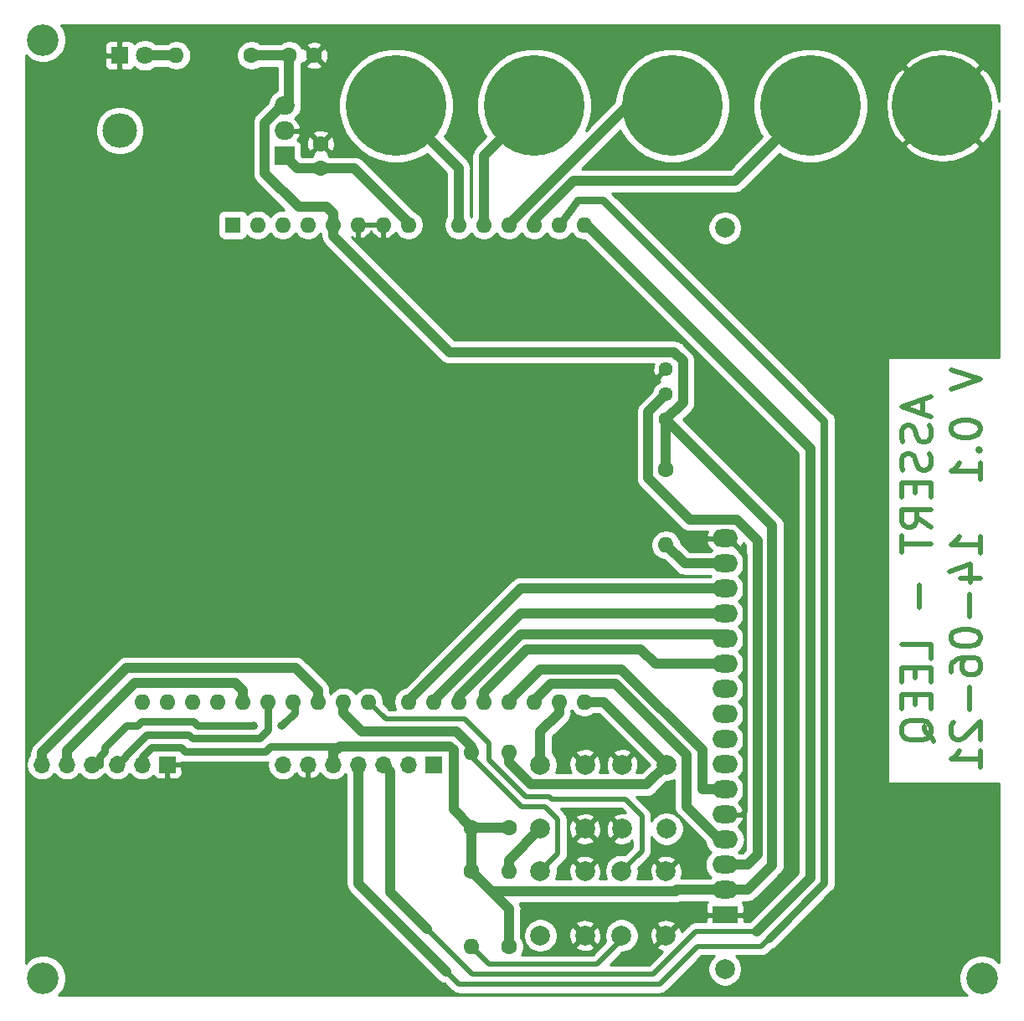
<source format=gbr>
%TF.GenerationSoftware,KiCad,Pcbnew,(5.1.9)-1*%
%TF.CreationDate,2021-06-23T17:41:11-03:00*%
%TF.ProjectId,assert,61737365-7274-42e6-9b69-6361645f7063,rev?*%
%TF.SameCoordinates,Original*%
%TF.FileFunction,Copper,L2,Bot*%
%TF.FilePolarity,Positive*%
%FSLAX46Y46*%
G04 Gerber Fmt 4.6, Leading zero omitted, Abs format (unit mm)*
G04 Created by KiCad (PCBNEW (5.1.9)-1) date 2021-06-23 17:41:11*
%MOMM*%
%LPD*%
G01*
G04 APERTURE LIST*
%TA.AperFunction,NonConductor*%
%ADD10C,0.500000*%
%TD*%
%TA.AperFunction,ComponentPad*%
%ADD11C,2.000000*%
%TD*%
%TA.AperFunction,ComponentPad*%
%ADD12O,2.600000X1.800000*%
%TD*%
%TA.AperFunction,ComponentPad*%
%ADD13R,2.600000X1.800000*%
%TD*%
%TA.AperFunction,ComponentPad*%
%ADD14O,1.600000X1.600000*%
%TD*%
%TA.AperFunction,ComponentPad*%
%ADD15R,1.600000X1.600000*%
%TD*%
%TA.AperFunction,ComponentPad*%
%ADD16C,10.160000*%
%TD*%
%TA.AperFunction,ComponentPad*%
%ADD17O,1.700000X1.700000*%
%TD*%
%TA.AperFunction,ComponentPad*%
%ADD18R,1.700000X1.700000*%
%TD*%
%TA.AperFunction,ComponentPad*%
%ADD19O,2.000000X1.905000*%
%TD*%
%TA.AperFunction,ComponentPad*%
%ADD20R,2.000000X1.905000*%
%TD*%
%TA.AperFunction,WasherPad*%
%ADD21O,3.500000X3.500000*%
%TD*%
%TA.AperFunction,ComponentPad*%
%ADD22C,1.440000*%
%TD*%
%TA.AperFunction,ComponentPad*%
%ADD23C,1.600000*%
%TD*%
%TA.AperFunction,ComponentPad*%
%ADD24C,1.800000*%
%TD*%
%TA.AperFunction,ComponentPad*%
%ADD25R,1.800000X1.800000*%
%TD*%
%TA.AperFunction,ViaPad*%
%ADD26C,3.200000*%
%TD*%
%TA.AperFunction,ViaPad*%
%ADD27C,0.800000*%
%TD*%
%TA.AperFunction,Conductor*%
%ADD28C,1.000000*%
%TD*%
%TA.AperFunction,Conductor*%
%ADD29C,0.500000*%
%TD*%
%TA.AperFunction,Conductor*%
%ADD30C,0.800000*%
%TD*%
%TA.AperFunction,Conductor*%
%ADD31C,0.254000*%
%TD*%
%TA.AperFunction,Conductor*%
%ADD32C,0.100000*%
%TD*%
G04 APERTURE END LIST*
D10*
X91472000Y-38665714D02*
X91472000Y-40094285D01*
X92329142Y-38380000D02*
X89329142Y-39380000D01*
X92329142Y-40380000D01*
X92186285Y-41237142D02*
X92329142Y-41665714D01*
X92329142Y-42380000D01*
X92186285Y-42665714D01*
X92043428Y-42808571D01*
X91757714Y-42951428D01*
X91472000Y-42951428D01*
X91186285Y-42808571D01*
X91043428Y-42665714D01*
X90900571Y-42380000D01*
X90757714Y-41808571D01*
X90614857Y-41522857D01*
X90472000Y-41380000D01*
X90186285Y-41237142D01*
X89900571Y-41237142D01*
X89614857Y-41380000D01*
X89472000Y-41522857D01*
X89329142Y-41808571D01*
X89329142Y-42522857D01*
X89472000Y-42951428D01*
X92186285Y-44094285D02*
X92329142Y-44522857D01*
X92329142Y-45237142D01*
X92186285Y-45522857D01*
X92043428Y-45665714D01*
X91757714Y-45808571D01*
X91472000Y-45808571D01*
X91186285Y-45665714D01*
X91043428Y-45522857D01*
X90900571Y-45237142D01*
X90757714Y-44665714D01*
X90614857Y-44380000D01*
X90472000Y-44237142D01*
X90186285Y-44094285D01*
X89900571Y-44094285D01*
X89614857Y-44237142D01*
X89472000Y-44380000D01*
X89329142Y-44665714D01*
X89329142Y-45380000D01*
X89472000Y-45808571D01*
X90757714Y-47094285D02*
X90757714Y-48094285D01*
X92329142Y-48522857D02*
X92329142Y-47094285D01*
X89329142Y-47094285D01*
X89329142Y-48522857D01*
X92329142Y-51522857D02*
X90900571Y-50522857D01*
X92329142Y-49808571D02*
X89329142Y-49808571D01*
X89329142Y-50951428D01*
X89472000Y-51237142D01*
X89614857Y-51380000D01*
X89900571Y-51522857D01*
X90329142Y-51522857D01*
X90614857Y-51380000D01*
X90757714Y-51237142D01*
X90900571Y-50951428D01*
X90900571Y-49808571D01*
X89329142Y-52380000D02*
X89329142Y-54094285D01*
X92329142Y-53237142D02*
X89329142Y-53237142D01*
X91186285Y-57379999D02*
X91186285Y-59665714D01*
X92329142Y-64808571D02*
X92329142Y-63379999D01*
X89329142Y-63379999D01*
X90757714Y-65808571D02*
X90757714Y-66808571D01*
X92329142Y-67237142D02*
X92329142Y-65808571D01*
X89329142Y-65808571D01*
X89329142Y-67237142D01*
X90757714Y-68522857D02*
X90757714Y-69522857D01*
X92329142Y-69951428D02*
X92329142Y-68522857D01*
X89329142Y-68522857D01*
X89329142Y-69951428D01*
X92614857Y-73237142D02*
X92472000Y-72951428D01*
X92186285Y-72665714D01*
X91757714Y-72237142D01*
X91614857Y-71951428D01*
X91614857Y-71665714D01*
X92329142Y-71808571D02*
X92186285Y-71522857D01*
X91900571Y-71237142D01*
X91329142Y-71094285D01*
X90329142Y-71094285D01*
X89757714Y-71237142D01*
X89472000Y-71522857D01*
X89329142Y-71808571D01*
X89329142Y-72379999D01*
X89472000Y-72665714D01*
X89757714Y-72951428D01*
X90329142Y-73094285D01*
X91329142Y-73094285D01*
X91900571Y-72951428D01*
X92186285Y-72665714D01*
X92329142Y-72379999D01*
X92329142Y-71808571D01*
X94329142Y-35594285D02*
X97329142Y-36594285D01*
X94329142Y-37594285D01*
X94329142Y-41451428D02*
X94329142Y-41737142D01*
X94472000Y-42022857D01*
X94614857Y-42165714D01*
X94900571Y-42308571D01*
X95472000Y-42451428D01*
X96186285Y-42451428D01*
X96757714Y-42308571D01*
X97043428Y-42165714D01*
X97186285Y-42022857D01*
X97329142Y-41737142D01*
X97329142Y-41451428D01*
X97186285Y-41165714D01*
X97043428Y-41022857D01*
X96757714Y-40880000D01*
X96186285Y-40737142D01*
X95472000Y-40737142D01*
X94900571Y-40880000D01*
X94614857Y-41022857D01*
X94472000Y-41165714D01*
X94329142Y-41451428D01*
X97043428Y-43737142D02*
X97186285Y-43880000D01*
X97329142Y-43737142D01*
X97186285Y-43594285D01*
X97043428Y-43737142D01*
X97329142Y-43737142D01*
X97329142Y-46737142D02*
X97329142Y-45022857D01*
X97329142Y-45880000D02*
X94329142Y-45880000D01*
X94757714Y-45594285D01*
X95043428Y-45308571D01*
X95186285Y-45022857D01*
X97329142Y-54165714D02*
X97329142Y-52451428D01*
X97329142Y-53308571D02*
X94329142Y-53308571D01*
X94757714Y-53022857D01*
X95043428Y-52737142D01*
X95186285Y-52451428D01*
X95329142Y-56737142D02*
X97329142Y-56737142D01*
X94186285Y-56022857D02*
X96329142Y-55308571D01*
X96329142Y-57165714D01*
X96186285Y-58308571D02*
X96186285Y-60594285D01*
X94329142Y-62594285D02*
X94329142Y-62880000D01*
X94472000Y-63165714D01*
X94614857Y-63308571D01*
X94900571Y-63451428D01*
X95472000Y-63594285D01*
X96186285Y-63594285D01*
X96757714Y-63451428D01*
X97043428Y-63308571D01*
X97186285Y-63165714D01*
X97329142Y-62880000D01*
X97329142Y-62594285D01*
X97186285Y-62308571D01*
X97043428Y-62165714D01*
X96757714Y-62022857D01*
X96186285Y-61880000D01*
X95472000Y-61880000D01*
X94900571Y-62022857D01*
X94614857Y-62165714D01*
X94472000Y-62308571D01*
X94329142Y-62594285D01*
X94329142Y-66165714D02*
X94329142Y-65594285D01*
X94472000Y-65308571D01*
X94614857Y-65165714D01*
X95043428Y-64880000D01*
X95614857Y-64737142D01*
X96757714Y-64737142D01*
X97043428Y-64880000D01*
X97186285Y-65022857D01*
X97329142Y-65308571D01*
X97329142Y-65880000D01*
X97186285Y-66165714D01*
X97043428Y-66308571D01*
X96757714Y-66451428D01*
X96043428Y-66451428D01*
X95757714Y-66308571D01*
X95614857Y-66165714D01*
X95472000Y-65880000D01*
X95472000Y-65308571D01*
X95614857Y-65022857D01*
X95757714Y-64880000D01*
X96043428Y-64737142D01*
X96186285Y-67737142D02*
X96186285Y-70022857D01*
X94614857Y-71308571D02*
X94472000Y-71451428D01*
X94329142Y-71737142D01*
X94329142Y-72451428D01*
X94472000Y-72737142D01*
X94614857Y-72880000D01*
X94900571Y-73022857D01*
X95186285Y-73022857D01*
X95614857Y-72880000D01*
X97329142Y-71165714D01*
X97329142Y-73022857D01*
X97329142Y-75880000D02*
X97329142Y-74165714D01*
X97329142Y-75022857D02*
X94329142Y-75022857D01*
X94757714Y-74737142D01*
X95043428Y-74451428D01*
X95186285Y-74165714D01*
D11*
%TO.P,U2,*%
%TO.N,*%
X71477000Y-21270000D03*
X71477000Y-96269100D03*
D12*
%TO.P,U2,16*%
%TO.N,GNDREF*%
X71477000Y-52670000D03*
%TO.P,U2,15*%
%TO.N,Net-(R6-Pad2)*%
X71477000Y-55210000D03*
%TO.P,U2,14*%
%TO.N,/db7*%
X71477000Y-57750000D03*
%TO.P,U2,13*%
%TO.N,/db6*%
X71477000Y-60290000D03*
%TO.P,U2,12*%
%TO.N,/db5*%
X71477000Y-62830000D03*
%TO.P,U2,11*%
%TO.N,/db4*%
X71477000Y-65370000D03*
%TO.P,U2,10*%
%TO.N,Net-(U2-Pad10)*%
X71477000Y-67910000D03*
%TO.P,U2,9*%
%TO.N,Net-(U2-Pad9)*%
X71477000Y-70450000D03*
%TO.P,U2,8*%
%TO.N,Net-(U2-Pad8)*%
X71477000Y-72990000D03*
%TO.P,U2,7*%
%TO.N,Net-(U2-Pad7)*%
X71477000Y-75530000D03*
%TO.P,U2,6*%
%TO.N,/e*%
X71477000Y-78070000D03*
%TO.P,U2,5*%
%TO.N,GNDREF*%
X71477000Y-80610000D03*
%TO.P,U2,4*%
%TO.N,/rs*%
X71477000Y-83150000D03*
%TO.P,U2,3*%
%TO.N,Net-(RV1-Pad2)*%
X71477000Y-85690000D03*
%TO.P,U2,2*%
%TO.N,/5v*%
X71477000Y-88230000D03*
D13*
%TO.P,U2,1*%
%TO.N,GNDREF*%
X71477000Y-90770000D03*
%TD*%
D14*
%TO.P,A1,16*%
%TO.N,/menos*%
X54737000Y-69215000D03*
%TO.P,A1,15*%
%TO.N,/mais*%
X57277000Y-69215000D03*
%TO.P,A1,30*%
%TO.N,Net-(A1-Pad30)*%
X17657000Y-69215000D03*
%TO.P,A1,14*%
%TO.N,/scl*%
X57277000Y-20955000D03*
%TO.P,A1,29*%
%TO.N,GNDREF*%
X20197000Y-69215000D03*
%TO.P,A1,13*%
%TO.N,/sda*%
X54737000Y-20955000D03*
%TO.P,A1,28*%
%TO.N,/sck*%
X22737000Y-69215000D03*
%TO.P,A1,12*%
%TO.N,/s4*%
X52197000Y-20955000D03*
%TO.P,A1,27*%
%TO.N,/miso*%
X25277000Y-69215000D03*
%TO.P,A1,11*%
%TO.N,/s3*%
X49657000Y-20955000D03*
%TO.P,A1,26*%
%TO.N,/mosi*%
X27817000Y-69215000D03*
%TO.P,A1,10*%
%TO.N,/s2*%
X47117000Y-20955000D03*
%TO.P,A1,25*%
%TO.N,/cs*%
X30357000Y-69215000D03*
%TO.P,A1,9*%
%TO.N,/s1*%
X44577000Y-20955000D03*
%TO.P,A1,24*%
%TO.N,/selecionar*%
X32897000Y-69215000D03*
%TO.P,A1,8*%
%TO.N,/vin*%
X39497000Y-20955000D03*
%TO.P,A1,23*%
%TO.N,/cancelar*%
X35437000Y-69215000D03*
%TO.P,A1,7*%
%TO.N,GNDREF*%
X36957000Y-20955000D03*
%TO.P,A1,22*%
%TO.N,/db7*%
X39497000Y-69215000D03*
%TO.P,A1,6*%
%TO.N,GNDREF*%
X34417000Y-20955000D03*
%TO.P,A1,21*%
%TO.N,/db6*%
X42037000Y-69215000D03*
%TO.P,A1,5*%
%TO.N,/5v*%
X31877000Y-20955000D03*
%TO.P,A1,20*%
%TO.N,/db5*%
X44577000Y-69215000D03*
%TO.P,A1,4*%
%TO.N,Net-(A1-Pad4)*%
X29337000Y-20955000D03*
%TO.P,A1,19*%
%TO.N,/db4*%
X47117000Y-69215000D03*
%TO.P,A1,3*%
%TO.N,Net-(A1-Pad3)*%
X26797000Y-20955000D03*
%TO.P,A1,18*%
%TO.N,/e*%
X49657000Y-69215000D03*
%TO.P,A1,2*%
%TO.N,Net-(A1-Pad2)*%
X24257000Y-20955000D03*
%TO.P,A1,17*%
%TO.N,/rs*%
X52197000Y-69215000D03*
D15*
%TO.P,A1,1*%
%TO.N,Net-(A1-Pad1)*%
X21717000Y-20955000D03*
D14*
%TO.P,A1,31*%
%TO.N,Net-(A1-Pad31)*%
X15117000Y-69215000D03*
%TO.P,A1,32*%
%TO.N,Net-(A1-Pad32)*%
X12577000Y-69215000D03*
%TD*%
D16*
%TO.P,J5,1*%
%TO.N,GNDREF*%
X93472000Y-8890000D03*
%TD*%
%TO.P,J4,1*%
%TO.N,/s4*%
X80137000Y-8890000D03*
%TD*%
D17*
%TO.P,J9,7*%
%TO.N,/bat*%
X26797000Y-75565000D03*
%TO.P,J9,6*%
%TO.N,GNDREF*%
X29337000Y-75565000D03*
%TO.P,J9,5*%
%TO.N,/5v*%
X31877000Y-75565000D03*
%TO.P,J9,4*%
%TO.N,/sda*%
X34417000Y-75565000D03*
%TO.P,J9,3*%
%TO.N,/scl*%
X36957000Y-75565000D03*
%TO.P,J9,2*%
%TO.N,/ds*%
X39497000Y-75565000D03*
D18*
%TO.P,J9,1*%
%TO.N,/sq*%
X42037000Y-75565000D03*
%TD*%
D19*
%TO.P,U1,3*%
%TO.N,/5v*%
X26947000Y-8890000D03*
%TO.P,U1,2*%
%TO.N,GNDREF*%
X26947000Y-11430000D03*
D20*
%TO.P,U1,1*%
%TO.N,/vin*%
X26947000Y-13970000D03*
D21*
%TO.P,U1,*%
%TO.N,*%
X10287000Y-11430000D03*
%TD*%
D11*
%TO.P,SW4,1*%
%TO.N,/cancelar*%
X61032000Y-86360000D03*
%TO.P,SW4,2*%
%TO.N,GNDREF*%
X65532000Y-86360000D03*
%TO.P,SW4,1*%
%TO.N,/cancelar*%
X61032000Y-92860000D03*
%TO.P,SW4,2*%
%TO.N,GNDREF*%
X65532000Y-92860000D03*
%TD*%
%TO.P,SW3,1*%
%TO.N,/selecionar*%
X52832000Y-86360000D03*
%TO.P,SW3,2*%
%TO.N,GNDREF*%
X57332000Y-86360000D03*
%TO.P,SW3,1*%
%TO.N,/selecionar*%
X52832000Y-92860000D03*
%TO.P,SW3,2*%
%TO.N,GNDREF*%
X57332000Y-92860000D03*
%TD*%
%TO.P,SW2,1*%
%TO.N,/menos*%
X52832000Y-75565000D03*
%TO.P,SW2,2*%
%TO.N,GNDREF*%
X57332000Y-75565000D03*
%TO.P,SW2,1*%
%TO.N,/menos*%
X52832000Y-82065000D03*
%TO.P,SW2,2*%
%TO.N,GNDREF*%
X57332000Y-82065000D03*
%TD*%
%TO.P,SW1,1*%
%TO.N,/mais*%
X65587000Y-82065000D03*
%TO.P,SW1,2*%
%TO.N,GNDREF*%
X61087000Y-82065000D03*
%TO.P,SW1,1*%
%TO.N,/mais*%
X65587000Y-75565000D03*
%TO.P,SW1,2*%
%TO.N,GNDREF*%
X61087000Y-75565000D03*
%TD*%
D22*
%TO.P,RV1,1*%
%TO.N,GNDREF*%
X65532000Y-35560000D03*
%TO.P,RV1,2*%
%TO.N,Net-(RV1-Pad2)*%
X65532000Y-38100000D03*
%TO.P,RV1,3*%
%TO.N,/5v*%
X65532000Y-40640000D03*
%TD*%
D14*
%TO.P,R6,2*%
%TO.N,Net-(R6-Pad2)*%
X65532000Y-53340000D03*
D23*
%TO.P,R6,1*%
%TO.N,/5v*%
X65532000Y-45720000D03*
%TD*%
D14*
%TO.P,R5,2*%
%TO.N,/cancelar*%
X45847000Y-93980000D03*
D23*
%TO.P,R5,1*%
%TO.N,/5v*%
X45847000Y-86360000D03*
%TD*%
D14*
%TO.P,R4,2*%
%TO.N,/selecionar*%
X45847000Y-74295000D03*
D23*
%TO.P,R4,1*%
%TO.N,/5v*%
X45847000Y-81915000D03*
%TD*%
D14*
%TO.P,R3,2*%
%TO.N,/menos*%
X49657000Y-86360000D03*
D23*
%TO.P,R3,1*%
%TO.N,/5v*%
X49657000Y-93980000D03*
%TD*%
D14*
%TO.P,R2,2*%
%TO.N,/mais*%
X49657000Y-74295000D03*
D23*
%TO.P,R2,1*%
%TO.N,/5v*%
X49657000Y-81915000D03*
%TD*%
D14*
%TO.P,R1,2*%
%TO.N,Net-(D1-Pad2)*%
X16002000Y-3810000D03*
D23*
%TO.P,R1,1*%
%TO.N,/5v*%
X23622000Y-3810000D03*
%TD*%
D17*
%TO.P,J8,6*%
%TO.N,/cs*%
X2413000Y-75565000D03*
%TO.P,J8,5*%
%TO.N,/sck*%
X4953000Y-75565000D03*
%TO.P,J8,4*%
%TO.N,/mosi*%
X7493000Y-75565000D03*
%TO.P,J8,3*%
%TO.N,/miso*%
X10033000Y-75565000D03*
%TO.P,J8,2*%
%TO.N,/5v*%
X12573000Y-75565000D03*
D18*
%TO.P,J8,1*%
%TO.N,GNDREF*%
X15113000Y-75565000D03*
%TD*%
D16*
%TO.P,J3,1*%
%TO.N,/s3*%
X66167000Y-8890000D03*
%TD*%
%TO.P,J2,1*%
%TO.N,/s2*%
X52197000Y-8890000D03*
%TD*%
%TO.P,J1,1*%
%TO.N,/s1*%
X38227000Y-8890000D03*
%TD*%
D24*
%TO.P,D1,2*%
%TO.N,Net-(D1-Pad2)*%
X12827000Y-3810000D03*
D25*
%TO.P,D1,1*%
%TO.N,GNDREF*%
X10287000Y-3810000D03*
%TD*%
D23*
%TO.P,C2,2*%
%TO.N,GNDREF*%
X29932000Y-3810000D03*
%TO.P,C2,1*%
%TO.N,/5v*%
X27432000Y-3810000D03*
%TD*%
%TO.P,C1,2*%
%TO.N,GNDREF*%
X30607000Y-12740000D03*
%TO.P,C1,1*%
%TO.N,/vin*%
X30607000Y-15240000D03*
%TD*%
D26*
%TO.N,*%
X2540000Y-97155000D03*
X97460000Y-97155000D03*
X2540000Y-2235000D03*
D27*
%TO.N,/mosi*%
X23876000Y-71602600D03*
X26670000Y-71628000D03*
%TD*%
D28*
%TO.N,/menos*%
X54737000Y-70346370D02*
X54737000Y-69215000D01*
X52832000Y-75565000D02*
X52832000Y-72251370D01*
X52832000Y-72251370D02*
X54737000Y-70346370D01*
X49657000Y-85240000D02*
X52832000Y-82065000D01*
X49657000Y-86360000D02*
X49657000Y-85240000D01*
%TO.N,/mais*%
X59237000Y-69215000D02*
X57277000Y-69215000D01*
X65587000Y-75565000D02*
X59237000Y-69215000D01*
X63586999Y-77565001D02*
X65587000Y-75565000D01*
X51873335Y-77565001D02*
X63586999Y-77565001D01*
X49657000Y-74295000D02*
X49657000Y-75348666D01*
X49657000Y-75348666D02*
X51873335Y-77565001D01*
D29*
%TO.N,/scl*%
X57512653Y-20955000D02*
X57277000Y-20955000D01*
D28*
X80137000Y-43579347D02*
X57512653Y-20955000D01*
X74711999Y-92420001D02*
X80137000Y-86995000D01*
X80137000Y-86995000D02*
X80137000Y-43579347D01*
D29*
X45972760Y-96789989D02*
X64192013Y-96789989D01*
X64192013Y-96789989D02*
X68562001Y-92420001D01*
X68562001Y-92420001D02*
X74711999Y-92420001D01*
X45972760Y-96789989D02*
X41402000Y-92219229D01*
D28*
X37646999Y-76254999D02*
X36957000Y-75565000D01*
X37646999Y-88464228D02*
X37646999Y-76254999D01*
X41402000Y-92219229D02*
X37646999Y-88464228D01*
D29*
%TO.N,GNDREF*%
X73527010Y-80359990D02*
X73277000Y-80610000D01*
X73527010Y-54320010D02*
X73527010Y-80359990D01*
X71877000Y-52670000D02*
X73527010Y-54320010D01*
X71477000Y-52670000D02*
X71877000Y-52670000D01*
D28*
%TO.N,/sda*%
X34417000Y-87630000D02*
X34417000Y-75565000D01*
X43307000Y-96520000D02*
X34417000Y-87630000D01*
D29*
X44577000Y-97790000D02*
X43307000Y-96520000D01*
X64897000Y-97790000D02*
X44577000Y-97790000D01*
D30*
X56642000Y-18415000D02*
X54737000Y-20955000D01*
X59182000Y-18415000D02*
X56642000Y-18415000D01*
X81537010Y-40770010D02*
X59182000Y-18415000D01*
X81537010Y-87574903D02*
X81537010Y-40770010D01*
X75920600Y-93218000D02*
X81537010Y-87574903D01*
D29*
X75184000Y-93954600D02*
X68732400Y-93954600D01*
X75920600Y-93218000D02*
X75184000Y-93954600D01*
X68732400Y-93954600D02*
X64897000Y-97790000D01*
D28*
%TO.N,/sck*%
X4953000Y-74174998D02*
X11817998Y-67310000D01*
X4953000Y-75565000D02*
X4953000Y-74174998D01*
X11817998Y-67310000D02*
X21963370Y-67310000D01*
X21963370Y-67310000D02*
X22737000Y-68083630D01*
X22737000Y-68083630D02*
X22737000Y-69215000D01*
%TO.N,/s4*%
X72517000Y-16510000D02*
X80137000Y-8890000D01*
X56184482Y-16510000D02*
X72517000Y-16510000D01*
X52197000Y-20497482D02*
X56184482Y-16510000D01*
X52197000Y-20955000D02*
X52197000Y-20497482D01*
%TO.N,/miso*%
X10033000Y-75565000D02*
X10033000Y-75184000D01*
D30*
X10033000Y-75565000D02*
X10882999Y-74715001D01*
X10882999Y-74715001D02*
X10882999Y-74636506D01*
X25277000Y-72040093D02*
X25277000Y-69215000D01*
X24393693Y-72923400D02*
X25277000Y-72040093D01*
X17629895Y-72923400D02*
X24393693Y-72923400D01*
X13004517Y-72514988D02*
X17221483Y-72514988D01*
X10882999Y-74636506D02*
X13004517Y-72514988D01*
X17221483Y-72514988D02*
X17629895Y-72923400D01*
D28*
%TO.N,/s3*%
X49657000Y-20916148D02*
X49657000Y-20955000D01*
X61683148Y-8890000D02*
X49657000Y-20916148D01*
X66167000Y-8890000D02*
X61683148Y-8890000D01*
D30*
%TO.N,/mosi*%
X27813000Y-69219000D02*
X27817000Y-69215000D01*
X26670000Y-71628000D02*
X27990800Y-70307200D01*
X27990800Y-69388800D02*
X27817000Y-69215000D01*
X27990800Y-70307200D02*
X27990800Y-69388800D01*
X7493000Y-75565000D02*
X8282999Y-75565000D01*
X21030120Y-71623390D02*
X21050910Y-71602600D01*
X8282999Y-75565000D02*
X8282999Y-74724999D01*
X21050910Y-71602600D02*
X23876000Y-71602600D01*
X8282999Y-74724999D02*
X8732990Y-74275008D01*
X8732990Y-74275008D02*
X8732990Y-73824438D01*
X10934038Y-71623390D02*
X12057624Y-71623390D01*
X8732990Y-73824438D02*
X10934038Y-71623390D01*
X12057624Y-71623390D02*
X12466036Y-71214978D01*
X12466036Y-71214978D02*
X17759964Y-71214978D01*
X17759964Y-71214978D02*
X18168376Y-71623390D01*
X18168376Y-71623390D02*
X21030120Y-71623390D01*
D28*
%TO.N,/s2*%
X47117000Y-13970000D02*
X47117000Y-20955000D01*
X52197000Y-8890000D02*
X47117000Y-13970000D01*
%TO.N,/cs*%
X2413000Y-74362919D02*
X10965930Y-65809989D01*
X2413000Y-75565000D02*
X2413000Y-74362919D01*
X10965930Y-65809989D02*
X28083359Y-65809989D01*
X28083359Y-65809989D02*
X30357000Y-68083630D01*
X30357000Y-68083630D02*
X30357000Y-69215000D01*
%TO.N,/s1*%
X44577000Y-15240000D02*
X44577000Y-20955000D01*
X38227000Y-8890000D02*
X44577000Y-15240000D01*
D29*
%TO.N,/selecionar*%
X54582001Y-84609999D02*
X54582001Y-81125001D01*
X52832000Y-86360000D02*
X54582001Y-84609999D01*
X45847000Y-74722011D02*
X45847000Y-74295000D01*
X50940010Y-79815021D02*
X45847000Y-74722011D01*
X53272022Y-79815022D02*
X50940010Y-79815021D01*
X54582001Y-81125001D02*
X53272022Y-79815022D01*
D28*
X44308325Y-72214988D02*
X34765618Y-72214988D01*
X45847000Y-73753663D02*
X44308325Y-72214988D01*
X32897000Y-70346370D02*
X32897000Y-69215000D01*
X34765618Y-72214988D02*
X32897000Y-70346370D01*
X45847000Y-74295000D02*
X45847000Y-73753663D01*
%TO.N,/vin*%
X28217000Y-15240000D02*
X30607000Y-15240000D01*
X26947000Y-13970000D02*
X28217000Y-15240000D01*
X39497000Y-20706815D02*
X39497000Y-20955000D01*
X34030185Y-15240000D02*
X39497000Y-20706815D01*
X30607000Y-15240000D02*
X34030185Y-15240000D01*
D29*
%TO.N,/cancelar*%
X63087001Y-84304999D02*
X63087001Y-80740001D01*
X61412012Y-79065012D02*
X53936241Y-79065012D01*
X53936241Y-79065012D02*
X53686239Y-78815012D01*
X63087001Y-80740001D02*
X61412012Y-79065012D01*
X61032000Y-86360000D02*
X63087001Y-84304999D01*
X51354228Y-78815011D02*
X47647001Y-75107784D01*
X45180979Y-70964977D02*
X37186977Y-70964977D01*
X37186977Y-70964977D02*
X35437000Y-69215000D01*
X47647001Y-75107784D02*
X47647001Y-73430999D01*
X53686239Y-78815012D02*
X51354228Y-78815011D01*
X47647001Y-73430999D02*
X45180979Y-70964977D01*
X61032000Y-93273000D02*
X61032000Y-92860000D01*
X58515022Y-95789978D02*
X61032000Y-93273000D01*
X47656978Y-95789978D02*
X58515022Y-95789978D01*
X45847000Y-93980000D02*
X47656978Y-95789978D01*
D28*
%TO.N,/db7*%
X39497000Y-69090998D02*
X39497000Y-69215000D01*
X50837998Y-57750000D02*
X39497000Y-69090998D01*
X71477000Y-57750000D02*
X50837998Y-57750000D01*
%TO.N,/db6*%
X50837998Y-60290000D02*
X42037000Y-69090998D01*
X42037000Y-69090998D02*
X42037000Y-69215000D01*
X71477000Y-60290000D02*
X50837998Y-60290000D01*
%TO.N,/db5*%
X71477000Y-62830000D02*
X71051980Y-62404980D01*
X50844352Y-62404980D02*
X44577000Y-68672332D01*
X44577000Y-68672332D02*
X44577000Y-69215000D01*
X71051980Y-62404980D02*
X50844352Y-62404980D01*
%TO.N,/db4*%
X47117000Y-68253666D02*
X47117000Y-69215000D01*
X64443334Y-65370000D02*
X62978325Y-63904991D01*
X51465675Y-63904991D02*
X47117000Y-68253666D01*
X71477000Y-65370000D02*
X64443334Y-65370000D01*
X62978325Y-63904991D02*
X51465675Y-63904991D01*
%TO.N,/rs*%
X52197000Y-69090998D02*
X52197000Y-69215000D01*
X53872999Y-67414999D02*
X52197000Y-69090998D01*
X60397001Y-67414999D02*
X53872999Y-67414999D01*
X71477000Y-83150000D02*
X70929981Y-83150000D01*
X67587001Y-74604999D02*
X60397001Y-67414999D01*
X70929981Y-83150000D02*
X67587001Y-79807020D01*
X67587001Y-79807020D02*
X67587001Y-74604999D01*
%TO.N,/e*%
X69177000Y-78070000D02*
X69177000Y-74073663D01*
X71477000Y-78070000D02*
X69177000Y-78070000D01*
X69177000Y-74073663D02*
X61018325Y-65914988D01*
X61018325Y-65914988D02*
X52833010Y-65914988D01*
X52833010Y-65914988D02*
X49657000Y-69090998D01*
X49657000Y-69090998D02*
X49657000Y-69215000D01*
%TO.N,/5v*%
X23622000Y-3810000D02*
X27432000Y-3810000D01*
D29*
X27432000Y-8405000D02*
X26947000Y-8890000D01*
D28*
X27432000Y-3810000D02*
X27432000Y-8405000D01*
X31877000Y-19823630D02*
X31877000Y-20955000D01*
X26947000Y-8890000D02*
X26678234Y-8890000D01*
X26678234Y-8890000D02*
X24946999Y-10621235D01*
X31208369Y-19154999D02*
X31877000Y-19823630D01*
X24946999Y-10621235D02*
X24946999Y-15722501D01*
X24946999Y-15722501D02*
X28379497Y-19154999D01*
X28379497Y-19154999D02*
X31208369Y-19154999D01*
X49657000Y-90170000D02*
X45847000Y-86360000D01*
X49657000Y-93980000D02*
X49657000Y-90170000D01*
X45847000Y-86360000D02*
X45847000Y-81915000D01*
X45847000Y-81915000D02*
X49657000Y-81915000D01*
X47847001Y-88360001D02*
X45847000Y-86360000D01*
X71477000Y-88230000D02*
X66622002Y-88230000D01*
X66622002Y-88230000D02*
X66492001Y-88360001D01*
X66492001Y-88360001D02*
X47847001Y-88360001D01*
X65532000Y-40640000D02*
X65532000Y-45720000D01*
X67252001Y-38919999D02*
X65532000Y-40640000D01*
X67252001Y-34734399D02*
X67252001Y-38919999D01*
X66357601Y-33839999D02*
X67252001Y-34734399D01*
X43630629Y-33839999D02*
X66357601Y-33839999D01*
X31877000Y-22086370D02*
X43630629Y-33839999D01*
X31877000Y-20955000D02*
X31877000Y-22086370D01*
X73777000Y-88230000D02*
X71477000Y-88230000D01*
X76277029Y-51385029D02*
X76277029Y-85729971D01*
X76277029Y-85729971D02*
X73777000Y-88230000D01*
X65532000Y-40640000D02*
X76277029Y-51385029D01*
X44046999Y-80114999D02*
X45847000Y-81915000D01*
X31877000Y-74362919D02*
X32524920Y-73714999D01*
X43687001Y-73714999D02*
X44046999Y-74074997D01*
X44046999Y-74074997D02*
X44046999Y-80114999D01*
X31877000Y-74362919D02*
X31877000Y-75565000D01*
X33346001Y-73714999D02*
X43687001Y-73714999D01*
X32524920Y-73714999D02*
X33346001Y-73714999D01*
D30*
X25017686Y-74223411D02*
X25526098Y-73714999D01*
X16863001Y-74223411D02*
X25017686Y-74223411D01*
X25526098Y-73714999D02*
X33346001Y-73714999D01*
X13542999Y-73814999D02*
X16454589Y-73814999D01*
X16454589Y-73814999D02*
X16863001Y-74223411D01*
X12573000Y-74784998D02*
X13542999Y-73814999D01*
X12573000Y-75565000D02*
X12573000Y-74784998D01*
D28*
%TO.N,Net-(D1-Pad2)*%
X12827000Y-3810000D02*
X16002000Y-3810000D01*
%TO.N,Net-(R6-Pad2)*%
X67402000Y-55210000D02*
X65532000Y-53340000D01*
X71477000Y-55210000D02*
X67402000Y-55210000D01*
%TO.N,Net-(RV1-Pad2)*%
X73777000Y-85690000D02*
X71477000Y-85690000D01*
X65532000Y-38100000D02*
X63731999Y-39900001D01*
X63731999Y-46584001D02*
X67917988Y-50769990D01*
X74777020Y-84689980D02*
X73777000Y-85690000D01*
X74777020Y-52883001D02*
X74777020Y-84689980D01*
X72664009Y-50769990D02*
X74777020Y-52883001D01*
X67917988Y-50769990D02*
X72664009Y-50769990D01*
X63731999Y-39900001D02*
X63731999Y-46584001D01*
%TD*%
D31*
%TO.N,GNDREF*%
X99172001Y-8473630D02*
X99122697Y-7866435D01*
X98814433Y-6783706D01*
X98300863Y-5781921D01*
X98191416Y-5618124D01*
X97509196Y-5032409D01*
X93651605Y-8890000D01*
X97509196Y-12747591D01*
X98191416Y-12161876D01*
X98739045Y-11178296D01*
X99084265Y-10106777D01*
X99172001Y-9349398D01*
X99172001Y-34331571D01*
X87960000Y-34331571D01*
X87960000Y-77428428D01*
X99172000Y-77428428D01*
X99172000Y-95576125D01*
X98943376Y-95347501D01*
X98562248Y-95092840D01*
X98138761Y-94917426D01*
X97689189Y-94828000D01*
X97230811Y-94828000D01*
X96781239Y-94917426D01*
X96357752Y-95092840D01*
X95976624Y-95347501D01*
X95652501Y-95671624D01*
X95397840Y-96052752D01*
X95222426Y-96476239D01*
X95133000Y-96925811D01*
X95133000Y-97384189D01*
X95222426Y-97833761D01*
X95397840Y-98257248D01*
X95652501Y-98638376D01*
X95932125Y-98918000D01*
X4067875Y-98918000D01*
X4347499Y-98638376D01*
X4602160Y-98257248D01*
X4777574Y-97833761D01*
X4867000Y-97384189D01*
X4867000Y-96925811D01*
X4777574Y-96476239D01*
X4602160Y-96052752D01*
X4347499Y-95671624D01*
X4023376Y-95347501D01*
X3642248Y-95092840D01*
X3218761Y-94917426D01*
X2769189Y-94828000D01*
X2310811Y-94828000D01*
X1861239Y-94917426D01*
X1437752Y-95092840D01*
X1056624Y-95347501D01*
X777000Y-95627125D01*
X777000Y-75409679D01*
X836000Y-75409679D01*
X836000Y-75720321D01*
X896604Y-76024994D01*
X1015481Y-76311989D01*
X1188064Y-76570279D01*
X1407721Y-76789936D01*
X1666011Y-76962519D01*
X1953006Y-77081396D01*
X2257679Y-77142000D01*
X2568321Y-77142000D01*
X2872994Y-77081396D01*
X3159989Y-76962519D01*
X3418279Y-76789936D01*
X3637936Y-76570279D01*
X3683000Y-76502836D01*
X3728064Y-76570279D01*
X3947721Y-76789936D01*
X4206011Y-76962519D01*
X4493006Y-77081396D01*
X4797679Y-77142000D01*
X5108321Y-77142000D01*
X5412994Y-77081396D01*
X5699989Y-76962519D01*
X5958279Y-76789936D01*
X6177936Y-76570279D01*
X6223000Y-76502836D01*
X6268064Y-76570279D01*
X6487721Y-76789936D01*
X6746011Y-76962519D01*
X7033006Y-77081396D01*
X7337679Y-77142000D01*
X7648321Y-77142000D01*
X7952994Y-77081396D01*
X8239989Y-76962519D01*
X8498279Y-76789936D01*
X8659807Y-76628408D01*
X8716370Y-76611250D01*
X8804105Y-76564354D01*
X8808064Y-76570279D01*
X9027721Y-76789936D01*
X9286011Y-76962519D01*
X9573006Y-77081396D01*
X9877679Y-77142000D01*
X10188321Y-77142000D01*
X10492994Y-77081396D01*
X10779989Y-76962519D01*
X11038279Y-76789936D01*
X11257936Y-76570279D01*
X11303000Y-76502836D01*
X11348064Y-76570279D01*
X11567721Y-76789936D01*
X11826011Y-76962519D01*
X12113006Y-77081396D01*
X12417679Y-77142000D01*
X12728321Y-77142000D01*
X13032994Y-77081396D01*
X13319989Y-76962519D01*
X13578279Y-76789936D01*
X13685877Y-76682338D01*
X13732463Y-76769494D01*
X13811815Y-76866185D01*
X13908506Y-76945537D01*
X14018820Y-77004502D01*
X14138518Y-77040812D01*
X14263000Y-77053072D01*
X14827250Y-77050000D01*
X14986000Y-76891250D01*
X14986000Y-75692000D01*
X15240000Y-75692000D01*
X15240000Y-76891250D01*
X15398750Y-77050000D01*
X15963000Y-77053072D01*
X16087482Y-77040812D01*
X16207180Y-77004502D01*
X16317494Y-76945537D01*
X16414185Y-76866185D01*
X16493537Y-76769494D01*
X16552502Y-76659180D01*
X16588812Y-76539482D01*
X16601072Y-76415000D01*
X16598000Y-75850750D01*
X16439250Y-75692000D01*
X15240000Y-75692000D01*
X14986000Y-75692000D01*
X14966000Y-75692000D01*
X14966000Y-75438000D01*
X14986000Y-75438000D01*
X14986000Y-75418000D01*
X15240000Y-75418000D01*
X15240000Y-75438000D01*
X16439250Y-75438000D01*
X16566170Y-75311080D01*
X16642070Y-75334104D01*
X16807636Y-75350411D01*
X16807644Y-75350411D01*
X16863001Y-75355863D01*
X16918358Y-75350411D01*
X24962332Y-75350411D01*
X25017686Y-75355863D01*
X25073040Y-75350411D01*
X25073051Y-75350411D01*
X25234961Y-75334464D01*
X25220000Y-75409679D01*
X25220000Y-75720321D01*
X25280604Y-76024994D01*
X25399481Y-76311989D01*
X25572064Y-76570279D01*
X25791721Y-76789936D01*
X26050011Y-76962519D01*
X26337006Y-77081396D01*
X26641679Y-77142000D01*
X26952321Y-77142000D01*
X27256994Y-77081396D01*
X27543989Y-76962519D01*
X27802279Y-76789936D01*
X28021936Y-76570279D01*
X28124344Y-76417014D01*
X28141822Y-76446355D01*
X28336731Y-76662588D01*
X28570080Y-76836641D01*
X28832901Y-76961825D01*
X28980110Y-77006476D01*
X29210000Y-76885155D01*
X29210000Y-75692000D01*
X29190000Y-75692000D01*
X29190000Y-75438000D01*
X29210000Y-75438000D01*
X29210000Y-75418000D01*
X29464000Y-75418000D01*
X29464000Y-75438000D01*
X29484000Y-75438000D01*
X29484000Y-75692000D01*
X29464000Y-75692000D01*
X29464000Y-76885155D01*
X29693890Y-77006476D01*
X29841099Y-76961825D01*
X30103920Y-76836641D01*
X30337269Y-76662588D01*
X30532178Y-76446355D01*
X30549656Y-76417014D01*
X30652064Y-76570279D01*
X30871721Y-76789936D01*
X31130011Y-76962519D01*
X31417006Y-77081396D01*
X31721679Y-77142000D01*
X32032321Y-77142000D01*
X32336994Y-77081396D01*
X32623989Y-76962519D01*
X32882279Y-76789936D01*
X33101936Y-76570279D01*
X33147000Y-76502836D01*
X33190001Y-76567191D01*
X33190000Y-87569740D01*
X33184065Y-87630000D01*
X33190000Y-87690260D01*
X33190000Y-87690267D01*
X33207755Y-87870533D01*
X33277916Y-88101823D01*
X33391851Y-88314982D01*
X33545183Y-88501817D01*
X33592000Y-88540239D01*
X42481996Y-97430236D01*
X42622018Y-97545148D01*
X42835176Y-97659084D01*
X43066466Y-97729246D01*
X43141998Y-97736685D01*
X43852220Y-98446907D01*
X43882814Y-98484186D01*
X44031582Y-98606276D01*
X44201309Y-98696997D01*
X44385475Y-98752863D01*
X44529007Y-98767000D01*
X44529009Y-98767000D01*
X44576999Y-98771727D01*
X44624990Y-98767000D01*
X64849007Y-98767000D01*
X64897000Y-98771727D01*
X65088525Y-98752863D01*
X65088528Y-98752862D01*
X65272691Y-98696997D01*
X65442418Y-98606276D01*
X65591186Y-98484186D01*
X65621784Y-98446902D01*
X69137086Y-94931600D01*
X70372154Y-94931600D01*
X70135552Y-95168202D01*
X69946553Y-95451059D01*
X69816368Y-95765353D01*
X69750000Y-96099005D01*
X69750000Y-96439195D01*
X69816368Y-96772847D01*
X69946553Y-97087141D01*
X70135552Y-97369998D01*
X70376102Y-97610548D01*
X70658959Y-97799547D01*
X70973253Y-97929732D01*
X71306905Y-97996100D01*
X71647095Y-97996100D01*
X71980747Y-97929732D01*
X72295041Y-97799547D01*
X72577898Y-97610548D01*
X72818448Y-97369998D01*
X73007447Y-97087141D01*
X73137632Y-96772847D01*
X73204000Y-96439195D01*
X73204000Y-96099005D01*
X73137632Y-95765353D01*
X73007447Y-95451059D01*
X72818448Y-95168202D01*
X72581846Y-94931600D01*
X75136007Y-94931600D01*
X75184000Y-94936327D01*
X75375525Y-94917463D01*
X75489197Y-94882981D01*
X75559691Y-94861597D01*
X75729418Y-94770876D01*
X75878186Y-94648786D01*
X75908784Y-94611502D01*
X76213260Y-94307026D01*
X76356449Y-94263219D01*
X76551986Y-94158106D01*
X76680339Y-94052259D01*
X82295804Y-88410113D01*
X82337775Y-88375668D01*
X82373919Y-88331627D01*
X82374861Y-88330680D01*
X82408981Y-88288904D01*
X82478610Y-88204060D01*
X82479246Y-88202870D01*
X82480098Y-88201827D01*
X82531519Y-88105074D01*
X82583260Y-88008274D01*
X82583652Y-88006983D01*
X82584284Y-88005793D01*
X82615828Y-87900911D01*
X82647703Y-87795834D01*
X82647835Y-87794490D01*
X82648223Y-87793201D01*
X82658686Y-87684322D01*
X82664010Y-87630268D01*
X82664010Y-87628921D01*
X82669459Y-87572219D01*
X82664010Y-87518206D01*
X82664010Y-40825364D01*
X82669462Y-40770009D01*
X82664010Y-40714655D01*
X82664010Y-40714645D01*
X82647703Y-40549079D01*
X82583260Y-40336639D01*
X82478610Y-40140853D01*
X82411503Y-40059083D01*
X82373068Y-40012249D01*
X82373065Y-40012246D01*
X82337775Y-39969245D01*
X82294774Y-39933955D01*
X63460724Y-21099905D01*
X69750000Y-21099905D01*
X69750000Y-21440095D01*
X69816368Y-21773747D01*
X69946553Y-22088041D01*
X70135552Y-22370898D01*
X70376102Y-22611448D01*
X70658959Y-22800447D01*
X70973253Y-22930632D01*
X71306905Y-22997000D01*
X71647095Y-22997000D01*
X71980747Y-22930632D01*
X72295041Y-22800447D01*
X72577898Y-22611448D01*
X72818448Y-22370898D01*
X73007447Y-22088041D01*
X73137632Y-21773747D01*
X73204000Y-21440095D01*
X73204000Y-21099905D01*
X73137632Y-20766253D01*
X73007447Y-20451959D01*
X72818448Y-20169102D01*
X72577898Y-19928552D01*
X72295041Y-19739553D01*
X71980747Y-19609368D01*
X71647095Y-19543000D01*
X71306905Y-19543000D01*
X70973253Y-19609368D01*
X70658959Y-19739553D01*
X70376102Y-19928552D01*
X70135552Y-20169102D01*
X69946553Y-20451959D01*
X69816368Y-20766253D01*
X69750000Y-21099905D01*
X63460724Y-21099905D01*
X60097818Y-17737000D01*
X72456740Y-17737000D01*
X72517000Y-17742935D01*
X72577260Y-17737000D01*
X72577268Y-17737000D01*
X72757534Y-17719245D01*
X72988824Y-17649084D01*
X73201983Y-17535149D01*
X73388817Y-17381817D01*
X73427239Y-17335000D01*
X76990586Y-13771653D01*
X77386354Y-14036097D01*
X78443160Y-14473841D01*
X79565060Y-14697000D01*
X80708940Y-14697000D01*
X81830840Y-14473841D01*
X82887646Y-14036097D01*
X83838747Y-13400592D01*
X84312143Y-12927196D01*
X89614409Y-12927196D01*
X90200124Y-13609416D01*
X91183704Y-14157045D01*
X92255223Y-14502265D01*
X93373501Y-14631808D01*
X94495565Y-14540697D01*
X95578294Y-14232433D01*
X96580079Y-13718863D01*
X96743876Y-13609416D01*
X97329591Y-12927196D01*
X93472000Y-9069605D01*
X89614409Y-12927196D01*
X84312143Y-12927196D01*
X84647592Y-12591747D01*
X85283097Y-11640646D01*
X85720841Y-10583840D01*
X85944000Y-9461940D01*
X85944000Y-8791501D01*
X87730192Y-8791501D01*
X87821303Y-9913565D01*
X88129567Y-10996294D01*
X88643137Y-11998079D01*
X88752584Y-12161876D01*
X89434804Y-12747591D01*
X93292395Y-8890000D01*
X89434804Y-5032409D01*
X88752584Y-5618124D01*
X88204955Y-6601704D01*
X87859735Y-7673223D01*
X87730192Y-8791501D01*
X85944000Y-8791501D01*
X85944000Y-8318060D01*
X85720841Y-7196160D01*
X85283097Y-6139354D01*
X84647592Y-5188253D01*
X84312143Y-4852804D01*
X89614409Y-4852804D01*
X93472000Y-8710395D01*
X97329591Y-4852804D01*
X96743876Y-4170584D01*
X95760296Y-3622955D01*
X94688777Y-3277735D01*
X93570499Y-3148192D01*
X92448435Y-3239303D01*
X91365706Y-3547567D01*
X90363921Y-4061137D01*
X90200124Y-4170584D01*
X89614409Y-4852804D01*
X84312143Y-4852804D01*
X83838747Y-4379408D01*
X82887646Y-3743903D01*
X81830840Y-3306159D01*
X80708940Y-3083000D01*
X79565060Y-3083000D01*
X78443160Y-3306159D01*
X77386354Y-3743903D01*
X76435253Y-4379408D01*
X75626408Y-5188253D01*
X74990903Y-6139354D01*
X74553159Y-7196160D01*
X74330000Y-8318060D01*
X74330000Y-9461940D01*
X74553159Y-10583840D01*
X74990903Y-11640646D01*
X75255347Y-12036414D01*
X72008761Y-15283000D01*
X57025388Y-15283000D01*
X60917464Y-11390923D01*
X61020903Y-11640646D01*
X61656408Y-12591747D01*
X62465253Y-13400592D01*
X63416354Y-14036097D01*
X64473160Y-14473841D01*
X65595060Y-14697000D01*
X66738940Y-14697000D01*
X67860840Y-14473841D01*
X68917646Y-14036097D01*
X69868747Y-13400592D01*
X70677592Y-12591747D01*
X71313097Y-11640646D01*
X71750841Y-10583840D01*
X71974000Y-9461940D01*
X71974000Y-8318060D01*
X71750841Y-7196160D01*
X71313097Y-6139354D01*
X70677592Y-5188253D01*
X69868747Y-4379408D01*
X68917646Y-3743903D01*
X67860840Y-3306159D01*
X66738940Y-3083000D01*
X65595060Y-3083000D01*
X64473160Y-3306159D01*
X63416354Y-3743903D01*
X62465253Y-4379408D01*
X61656408Y-5188253D01*
X61020903Y-6139354D01*
X60583159Y-7196160D01*
X60360000Y-8318060D01*
X60360000Y-8477908D01*
X57446218Y-11391690D01*
X57780841Y-10583840D01*
X58004000Y-9461940D01*
X58004000Y-8318060D01*
X57780841Y-7196160D01*
X57343097Y-6139354D01*
X56707592Y-5188253D01*
X55898747Y-4379408D01*
X54947646Y-3743903D01*
X53890840Y-3306159D01*
X52768940Y-3083000D01*
X51625060Y-3083000D01*
X50503160Y-3306159D01*
X49446354Y-3743903D01*
X48495253Y-4379408D01*
X47686408Y-5188253D01*
X47050903Y-6139354D01*
X46613159Y-7196160D01*
X46390000Y-8318060D01*
X46390000Y-9461940D01*
X46613159Y-10583840D01*
X47050903Y-11640646D01*
X47315347Y-12036414D01*
X46292000Y-13059761D01*
X46245183Y-13098183D01*
X46091851Y-13285018D01*
X45977916Y-13498177D01*
X45907755Y-13729467D01*
X45890000Y-13909733D01*
X45890000Y-13909740D01*
X45884065Y-13970000D01*
X45890000Y-14030260D01*
X45890001Y-20042806D01*
X45847000Y-20107161D01*
X45804000Y-20042807D01*
X45804000Y-15300259D01*
X45809935Y-15239999D01*
X45804000Y-15179739D01*
X45804000Y-15179732D01*
X45786245Y-14999466D01*
X45716084Y-14768176D01*
X45602149Y-14555017D01*
X45448817Y-14368183D01*
X45402005Y-14329765D01*
X43108654Y-12036414D01*
X43373097Y-11640646D01*
X43810841Y-10583840D01*
X44034000Y-9461940D01*
X44034000Y-8318060D01*
X43810841Y-7196160D01*
X43373097Y-6139354D01*
X42737592Y-5188253D01*
X41928747Y-4379408D01*
X40977646Y-3743903D01*
X39920840Y-3306159D01*
X38798940Y-3083000D01*
X37655060Y-3083000D01*
X36533160Y-3306159D01*
X35476354Y-3743903D01*
X34525253Y-4379408D01*
X33716408Y-5188253D01*
X33080903Y-6139354D01*
X32643159Y-7196160D01*
X32420000Y-8318060D01*
X32420000Y-9461940D01*
X32643159Y-10583840D01*
X33080903Y-11640646D01*
X33716408Y-12591747D01*
X34525253Y-13400592D01*
X35476354Y-14036097D01*
X36533160Y-14473841D01*
X37655060Y-14697000D01*
X38798940Y-14697000D01*
X39920840Y-14473841D01*
X40977646Y-14036097D01*
X41373414Y-13771654D01*
X43350000Y-15748240D01*
X43350001Y-20042806D01*
X43223790Y-20231694D01*
X43108681Y-20509590D01*
X43050000Y-20804604D01*
X43050000Y-21105396D01*
X43108681Y-21400410D01*
X43223790Y-21678306D01*
X43390901Y-21928406D01*
X43603594Y-22141099D01*
X43853694Y-22308210D01*
X44131590Y-22423319D01*
X44426604Y-22482000D01*
X44727396Y-22482000D01*
X45022410Y-22423319D01*
X45300306Y-22308210D01*
X45550406Y-22141099D01*
X45763099Y-21928406D01*
X45847000Y-21802839D01*
X45930901Y-21928406D01*
X46143594Y-22141099D01*
X46393694Y-22308210D01*
X46671590Y-22423319D01*
X46966604Y-22482000D01*
X47267396Y-22482000D01*
X47562410Y-22423319D01*
X47840306Y-22308210D01*
X48090406Y-22141099D01*
X48303099Y-21928406D01*
X48387000Y-21802839D01*
X48470901Y-21928406D01*
X48683594Y-22141099D01*
X48933694Y-22308210D01*
X49211590Y-22423319D01*
X49506604Y-22482000D01*
X49807396Y-22482000D01*
X50102410Y-22423319D01*
X50380306Y-22308210D01*
X50630406Y-22141099D01*
X50843099Y-21928406D01*
X50927000Y-21802839D01*
X51010901Y-21928406D01*
X51223594Y-22141099D01*
X51473694Y-22308210D01*
X51751590Y-22423319D01*
X52046604Y-22482000D01*
X52347396Y-22482000D01*
X52642410Y-22423319D01*
X52920306Y-22308210D01*
X53170406Y-22141099D01*
X53383099Y-21928406D01*
X53467000Y-21802839D01*
X53550901Y-21928406D01*
X53763594Y-22141099D01*
X54013694Y-22308210D01*
X54291590Y-22423319D01*
X54586604Y-22482000D01*
X54887396Y-22482000D01*
X55182410Y-22423319D01*
X55460306Y-22308210D01*
X55710406Y-22141099D01*
X55923099Y-21928406D01*
X56007000Y-21802839D01*
X56090901Y-21928406D01*
X56303594Y-22141099D01*
X56553694Y-22308210D01*
X56831590Y-22423319D01*
X57126604Y-22482000D01*
X57304414Y-22482000D01*
X78910001Y-44087588D01*
X78910000Y-86486760D01*
X73953760Y-91443001D01*
X73413937Y-91443001D01*
X73412000Y-91055750D01*
X73253250Y-90897000D01*
X71604000Y-90897000D01*
X71604000Y-90917000D01*
X71350000Y-90917000D01*
X71350000Y-90897000D01*
X69700750Y-90897000D01*
X69542000Y-91055750D01*
X69540063Y-91443001D01*
X68609991Y-91443001D01*
X68562000Y-91438274D01*
X68514010Y-91443001D01*
X68514008Y-91443001D01*
X68370476Y-91457138D01*
X68186310Y-91513004D01*
X68016583Y-91603725D01*
X67867815Y-91725815D01*
X67837221Y-91763094D01*
X67127914Y-92472401D01*
X67024795Y-92173912D01*
X66931814Y-91999956D01*
X66667413Y-91904192D01*
X65711605Y-92860000D01*
X65725748Y-92874143D01*
X65546143Y-93053748D01*
X65532000Y-93039605D01*
X64576192Y-93995413D01*
X64671956Y-94259814D01*
X64961571Y-94400704D01*
X65150165Y-94450150D01*
X63787327Y-95812989D01*
X59873697Y-95812989D01*
X61099687Y-94587000D01*
X61202095Y-94587000D01*
X61535747Y-94520632D01*
X61850041Y-94390447D01*
X62132898Y-94201448D01*
X62373448Y-93960898D01*
X62562447Y-93678041D01*
X62692632Y-93363747D01*
X62759000Y-93030095D01*
X62759000Y-92922595D01*
X63890282Y-92922595D01*
X63934039Y-93241675D01*
X64039205Y-93546088D01*
X64132186Y-93720044D01*
X64396587Y-93815808D01*
X65352395Y-92860000D01*
X64396587Y-91904192D01*
X64132186Y-91999956D01*
X63991296Y-92289571D01*
X63909616Y-92601108D01*
X63890282Y-92922595D01*
X62759000Y-92922595D01*
X62759000Y-92689905D01*
X62692632Y-92356253D01*
X62562447Y-92041959D01*
X62373448Y-91759102D01*
X62338933Y-91724587D01*
X64576192Y-91724587D01*
X65532000Y-92680395D01*
X66487808Y-91724587D01*
X66392044Y-91460186D01*
X66102429Y-91319296D01*
X65790892Y-91237616D01*
X65469405Y-91218282D01*
X65150325Y-91262039D01*
X64845912Y-91367205D01*
X64671956Y-91460186D01*
X64576192Y-91724587D01*
X62338933Y-91724587D01*
X62132898Y-91518552D01*
X61850041Y-91329553D01*
X61535747Y-91199368D01*
X61202095Y-91133000D01*
X60861905Y-91133000D01*
X60528253Y-91199368D01*
X60213959Y-91329553D01*
X59931102Y-91518552D01*
X59690552Y-91759102D01*
X59501553Y-92041959D01*
X59371368Y-92356253D01*
X59305000Y-92689905D01*
X59305000Y-93030095D01*
X59371368Y-93363747D01*
X59426490Y-93496823D01*
X58110336Y-94812978D01*
X50936930Y-94812978D01*
X51010210Y-94703306D01*
X51125319Y-94425410D01*
X51184000Y-94130396D01*
X51184000Y-93829604D01*
X51125319Y-93534590D01*
X51010210Y-93256694D01*
X50884000Y-93067807D01*
X50884000Y-92689905D01*
X51105000Y-92689905D01*
X51105000Y-93030095D01*
X51171368Y-93363747D01*
X51301553Y-93678041D01*
X51490552Y-93960898D01*
X51731102Y-94201448D01*
X52013959Y-94390447D01*
X52328253Y-94520632D01*
X52661905Y-94587000D01*
X53002095Y-94587000D01*
X53335747Y-94520632D01*
X53650041Y-94390447D01*
X53932898Y-94201448D01*
X54138933Y-93995413D01*
X56376192Y-93995413D01*
X56471956Y-94259814D01*
X56761571Y-94400704D01*
X57073108Y-94482384D01*
X57394595Y-94501718D01*
X57713675Y-94457961D01*
X58018088Y-94352795D01*
X58192044Y-94259814D01*
X58287808Y-93995413D01*
X57332000Y-93039605D01*
X56376192Y-93995413D01*
X54138933Y-93995413D01*
X54173448Y-93960898D01*
X54362447Y-93678041D01*
X54492632Y-93363747D01*
X54559000Y-93030095D01*
X54559000Y-92922595D01*
X55690282Y-92922595D01*
X55734039Y-93241675D01*
X55839205Y-93546088D01*
X55932186Y-93720044D01*
X56196587Y-93815808D01*
X57152395Y-92860000D01*
X57511605Y-92860000D01*
X58467413Y-93815808D01*
X58731814Y-93720044D01*
X58872704Y-93430429D01*
X58954384Y-93118892D01*
X58973718Y-92797405D01*
X58929961Y-92478325D01*
X58824795Y-92173912D01*
X58731814Y-91999956D01*
X58467413Y-91904192D01*
X57511605Y-92860000D01*
X57152395Y-92860000D01*
X56196587Y-91904192D01*
X55932186Y-91999956D01*
X55791296Y-92289571D01*
X55709616Y-92601108D01*
X55690282Y-92922595D01*
X54559000Y-92922595D01*
X54559000Y-92689905D01*
X54492632Y-92356253D01*
X54362447Y-92041959D01*
X54173448Y-91759102D01*
X54138933Y-91724587D01*
X56376192Y-91724587D01*
X57332000Y-92680395D01*
X58287808Y-91724587D01*
X58192044Y-91460186D01*
X57902429Y-91319296D01*
X57590892Y-91237616D01*
X57269405Y-91218282D01*
X56950325Y-91262039D01*
X56645912Y-91367205D01*
X56471956Y-91460186D01*
X56376192Y-91724587D01*
X54138933Y-91724587D01*
X53932898Y-91518552D01*
X53650041Y-91329553D01*
X53335747Y-91199368D01*
X53002095Y-91133000D01*
X52661905Y-91133000D01*
X52328253Y-91199368D01*
X52013959Y-91329553D01*
X51731102Y-91518552D01*
X51490552Y-91759102D01*
X51301553Y-92041959D01*
X51171368Y-92356253D01*
X51105000Y-92689905D01*
X50884000Y-92689905D01*
X50884000Y-90230263D01*
X50889935Y-90170000D01*
X50866246Y-89929466D01*
X50796084Y-89698176D01*
X50757409Y-89625820D01*
X50736660Y-89587001D01*
X66431741Y-89587001D01*
X66492001Y-89592936D01*
X66552261Y-89587001D01*
X66552269Y-89587001D01*
X66732535Y-89569246D01*
X66963825Y-89499085D01*
X67042561Y-89457000D01*
X69694477Y-89457000D01*
X69646463Y-89515506D01*
X69587498Y-89625820D01*
X69551188Y-89745518D01*
X69538928Y-89870000D01*
X69542000Y-90484250D01*
X69700750Y-90643000D01*
X71350000Y-90643000D01*
X71350000Y-90623000D01*
X71604000Y-90623000D01*
X71604000Y-90643000D01*
X73253250Y-90643000D01*
X73412000Y-90484250D01*
X73415072Y-89870000D01*
X73402812Y-89745518D01*
X73366502Y-89625820D01*
X73307537Y-89515506D01*
X73259523Y-89457000D01*
X73716740Y-89457000D01*
X73777000Y-89462935D01*
X73837260Y-89457000D01*
X73837268Y-89457000D01*
X74017534Y-89439245D01*
X74248824Y-89369084D01*
X74461983Y-89255149D01*
X74648817Y-89101817D01*
X74687239Y-89055000D01*
X77102034Y-86640206D01*
X77148846Y-86601788D01*
X77302178Y-86414954D01*
X77382250Y-86265148D01*
X77416113Y-86201796D01*
X77486274Y-85970505D01*
X77491781Y-85914590D01*
X77504029Y-85790239D01*
X77504029Y-85790231D01*
X77509964Y-85729971D01*
X77504029Y-85669711D01*
X77504029Y-51445292D01*
X77509964Y-51385029D01*
X77486275Y-51144495D01*
X77416113Y-50913205D01*
X77302178Y-50700046D01*
X77148846Y-50513212D01*
X77102035Y-50474795D01*
X67267239Y-40640000D01*
X68077006Y-39830234D01*
X68123818Y-39791816D01*
X68277150Y-39604982D01*
X68391085Y-39391823D01*
X68434529Y-39248608D01*
X68461247Y-39160533D01*
X68484936Y-38919999D01*
X68479001Y-38859736D01*
X68479001Y-34794662D01*
X68484936Y-34734399D01*
X68461247Y-34493865D01*
X68391085Y-34262575D01*
X68364153Y-34212189D01*
X68277150Y-34049416D01*
X68123818Y-33862582D01*
X68077007Y-33824165D01*
X67267840Y-33014999D01*
X67229418Y-32968182D01*
X67042584Y-32814850D01*
X66829425Y-32700915D01*
X66598135Y-32630754D01*
X66417869Y-32612999D01*
X66417861Y-32612999D01*
X66357601Y-32607064D01*
X66297341Y-32612999D01*
X44138869Y-32612999D01*
X33740878Y-22215009D01*
X33933913Y-22306246D01*
X34067961Y-22346904D01*
X34290000Y-22224915D01*
X34290000Y-21082000D01*
X34544000Y-21082000D01*
X34544000Y-22224915D01*
X34766039Y-22346904D01*
X34900087Y-22306246D01*
X35154420Y-22186037D01*
X35380414Y-22018519D01*
X35569385Y-21810131D01*
X35687000Y-21614018D01*
X35804615Y-21810131D01*
X35993586Y-22018519D01*
X36219580Y-22186037D01*
X36473913Y-22306246D01*
X36607961Y-22346904D01*
X36830000Y-22224915D01*
X36830000Y-21082000D01*
X34544000Y-21082000D01*
X34290000Y-21082000D01*
X34270000Y-21082000D01*
X34270000Y-20828000D01*
X34290000Y-20828000D01*
X34290000Y-20808000D01*
X34544000Y-20808000D01*
X34544000Y-20828000D01*
X36830000Y-20828000D01*
X36830000Y-20808000D01*
X37084000Y-20808000D01*
X37084000Y-20828000D01*
X37104000Y-20828000D01*
X37104000Y-21082000D01*
X37084000Y-21082000D01*
X37084000Y-22224915D01*
X37306039Y-22346904D01*
X37440087Y-22306246D01*
X37694420Y-22186037D01*
X37920414Y-22018519D01*
X38109385Y-21810131D01*
X38167323Y-21713525D01*
X38310901Y-21928406D01*
X38523594Y-22141099D01*
X38773694Y-22308210D01*
X39051590Y-22423319D01*
X39346604Y-22482000D01*
X39647396Y-22482000D01*
X39942410Y-22423319D01*
X40220306Y-22308210D01*
X40470406Y-22141099D01*
X40683099Y-21928406D01*
X40850210Y-21678306D01*
X40965319Y-21400410D01*
X41024000Y-21105396D01*
X41024000Y-20804604D01*
X40965319Y-20509590D01*
X40850210Y-20231694D01*
X40683099Y-19981594D01*
X40470406Y-19768901D01*
X40220306Y-19601790D01*
X40061389Y-19535964D01*
X34940424Y-14415000D01*
X34902002Y-14368183D01*
X34715168Y-14214851D01*
X34502009Y-14100916D01*
X34270719Y-14030755D01*
X34090453Y-14013000D01*
X34090445Y-14013000D01*
X34030185Y-14007065D01*
X33969925Y-14013000D01*
X31519193Y-14013000D01*
X31367579Y-13911695D01*
X31420097Y-13732702D01*
X30607000Y-12919605D01*
X29793903Y-13732702D01*
X29846421Y-13911695D01*
X29694807Y-14013000D01*
X28725240Y-14013000D01*
X28677517Y-13965277D01*
X28677517Y-13017500D01*
X28663480Y-12874983D01*
X28643924Y-12810512D01*
X29166783Y-12810512D01*
X29208213Y-13090130D01*
X29303397Y-13356292D01*
X29370329Y-13481514D01*
X29614298Y-13553097D01*
X30427395Y-12740000D01*
X30786605Y-12740000D01*
X31599702Y-13553097D01*
X31843671Y-13481514D01*
X31964571Y-13226004D01*
X32033300Y-12951816D01*
X32047217Y-12669488D01*
X32005787Y-12389870D01*
X31910603Y-12123708D01*
X31843671Y-11998486D01*
X31599702Y-11926903D01*
X30786605Y-12740000D01*
X30427395Y-12740000D01*
X29614298Y-11926903D01*
X29370329Y-11998486D01*
X29249429Y-12253996D01*
X29180700Y-12528184D01*
X29166783Y-12810512D01*
X28643924Y-12810512D01*
X28621910Y-12737943D01*
X28554403Y-12611647D01*
X28463554Y-12500946D01*
X28352853Y-12410097D01*
X28268374Y-12364942D01*
X28322969Y-12296923D01*
X28466571Y-12021094D01*
X28537563Y-11802980D01*
X28510406Y-11747298D01*
X29793903Y-11747298D01*
X30607000Y-12560395D01*
X31420097Y-11747298D01*
X31348514Y-11503329D01*
X31093004Y-11382429D01*
X30818816Y-11313700D01*
X30536488Y-11299783D01*
X30256870Y-11341213D01*
X29990708Y-11436397D01*
X29865486Y-11503329D01*
X29793903Y-11747298D01*
X28510406Y-11747298D01*
X28417594Y-11557000D01*
X27074000Y-11557000D01*
X27074000Y-11577000D01*
X26820000Y-11577000D01*
X26820000Y-11557000D01*
X26800000Y-11557000D01*
X26800000Y-11303000D01*
X26820000Y-11303000D01*
X26820000Y-11283000D01*
X27074000Y-11283000D01*
X27074000Y-11303000D01*
X28417594Y-11303000D01*
X28537563Y-11057020D01*
X28466571Y-10838906D01*
X28322969Y-10563077D01*
X28128315Y-10320563D01*
X28014809Y-10225328D01*
X28187832Y-10083332D01*
X28397710Y-9827595D01*
X28553663Y-9535827D01*
X28649699Y-9219239D01*
X28682126Y-8890000D01*
X28649699Y-8560761D01*
X28649620Y-8560501D01*
X28659000Y-8465268D01*
X28659000Y-4802702D01*
X29118903Y-4802702D01*
X29190486Y-5046671D01*
X29445996Y-5167571D01*
X29720184Y-5236300D01*
X30002512Y-5250217D01*
X30282130Y-5208787D01*
X30548292Y-5113603D01*
X30673514Y-5046671D01*
X30745097Y-4802702D01*
X29932000Y-3989605D01*
X29118903Y-4802702D01*
X28659000Y-4802702D01*
X28659000Y-4722193D01*
X28760305Y-4570579D01*
X28939298Y-4623097D01*
X29752395Y-3810000D01*
X30111605Y-3810000D01*
X30924702Y-4623097D01*
X31168671Y-4551514D01*
X31289571Y-4296004D01*
X31358300Y-4021816D01*
X31372217Y-3739488D01*
X31330787Y-3459870D01*
X31235603Y-3193708D01*
X31168671Y-3068486D01*
X30924702Y-2996903D01*
X30111605Y-3810000D01*
X29752395Y-3810000D01*
X28939298Y-2996903D01*
X28760305Y-3049421D01*
X28618099Y-2836594D01*
X28598803Y-2817298D01*
X29118903Y-2817298D01*
X29932000Y-3630395D01*
X30745097Y-2817298D01*
X30673514Y-2573329D01*
X30418004Y-2452429D01*
X30143816Y-2383700D01*
X29861488Y-2369783D01*
X29581870Y-2411213D01*
X29315708Y-2506397D01*
X29190486Y-2573329D01*
X29118903Y-2817298D01*
X28598803Y-2817298D01*
X28405406Y-2623901D01*
X28155306Y-2456790D01*
X27877410Y-2341681D01*
X27582396Y-2283000D01*
X27281604Y-2283000D01*
X26986590Y-2341681D01*
X26708694Y-2456790D01*
X26519807Y-2583000D01*
X24534193Y-2583000D01*
X24345306Y-2456790D01*
X24067410Y-2341681D01*
X23772396Y-2283000D01*
X23471604Y-2283000D01*
X23176590Y-2341681D01*
X22898694Y-2456790D01*
X22648594Y-2623901D01*
X22435901Y-2836594D01*
X22268790Y-3086694D01*
X22153681Y-3364590D01*
X22095000Y-3659604D01*
X22095000Y-3960396D01*
X22153681Y-4255410D01*
X22268790Y-4533306D01*
X22435901Y-4783406D01*
X22648594Y-4996099D01*
X22898694Y-5163210D01*
X23176590Y-5278319D01*
X23471604Y-5337000D01*
X23772396Y-5337000D01*
X24067410Y-5278319D01*
X24345306Y-5163210D01*
X24534193Y-5037000D01*
X26205000Y-5037000D01*
X26205001Y-7356853D01*
X25961905Y-7486790D01*
X25706168Y-7696668D01*
X25496290Y-7952405D01*
X25340337Y-8244173D01*
X25244301Y-8560761D01*
X25241249Y-8591745D01*
X24121999Y-9710996D01*
X24075182Y-9749418D01*
X23921850Y-9936253D01*
X23807915Y-10149412D01*
X23737754Y-10380702D01*
X23719999Y-10560968D01*
X23719999Y-10560975D01*
X23714064Y-10621235D01*
X23719999Y-10681495D01*
X23720000Y-15662231D01*
X23714064Y-15722501D01*
X23737754Y-15963034D01*
X23760549Y-16038177D01*
X23807916Y-16194325D01*
X23921851Y-16407484D01*
X24075183Y-16594318D01*
X24121995Y-16632736D01*
X26917258Y-19428000D01*
X26646604Y-19428000D01*
X26351590Y-19486681D01*
X26073694Y-19601790D01*
X25823594Y-19768901D01*
X25610901Y-19981594D01*
X25527000Y-20107161D01*
X25443099Y-19981594D01*
X25230406Y-19768901D01*
X24980306Y-19601790D01*
X24702410Y-19486681D01*
X24407396Y-19428000D01*
X24106604Y-19428000D01*
X23811590Y-19486681D01*
X23533694Y-19601790D01*
X23283594Y-19768901D01*
X23186735Y-19865760D01*
X23124403Y-19749147D01*
X23033554Y-19638446D01*
X22922853Y-19547597D01*
X22796557Y-19480090D01*
X22659517Y-19438520D01*
X22517000Y-19424483D01*
X20917000Y-19424483D01*
X20774483Y-19438520D01*
X20637443Y-19480090D01*
X20511147Y-19547597D01*
X20400446Y-19638446D01*
X20309597Y-19749147D01*
X20242090Y-19875443D01*
X20200520Y-20012483D01*
X20186483Y-20155000D01*
X20186483Y-21755000D01*
X20200520Y-21897517D01*
X20242090Y-22034557D01*
X20309597Y-22160853D01*
X20400446Y-22271554D01*
X20511147Y-22362403D01*
X20637443Y-22429910D01*
X20774483Y-22471480D01*
X20917000Y-22485517D01*
X22517000Y-22485517D01*
X22659517Y-22471480D01*
X22796557Y-22429910D01*
X22922853Y-22362403D01*
X23033554Y-22271554D01*
X23124403Y-22160853D01*
X23186735Y-22044240D01*
X23283594Y-22141099D01*
X23533694Y-22308210D01*
X23811590Y-22423319D01*
X24106604Y-22482000D01*
X24407396Y-22482000D01*
X24702410Y-22423319D01*
X24980306Y-22308210D01*
X25230406Y-22141099D01*
X25443099Y-21928406D01*
X25527000Y-21802839D01*
X25610901Y-21928406D01*
X25823594Y-22141099D01*
X26073694Y-22308210D01*
X26351590Y-22423319D01*
X26646604Y-22482000D01*
X26947396Y-22482000D01*
X27242410Y-22423319D01*
X27520306Y-22308210D01*
X27770406Y-22141099D01*
X27983099Y-21928406D01*
X28067000Y-21802839D01*
X28150901Y-21928406D01*
X28363594Y-22141099D01*
X28613694Y-22308210D01*
X28891590Y-22423319D01*
X29186604Y-22482000D01*
X29487396Y-22482000D01*
X29782410Y-22423319D01*
X30060306Y-22308210D01*
X30310406Y-22141099D01*
X30523099Y-21928406D01*
X30607000Y-21802839D01*
X30650000Y-21867193D01*
X30650000Y-22026110D01*
X30644065Y-22086370D01*
X30650000Y-22146630D01*
X30650000Y-22146638D01*
X30667755Y-22326904D01*
X30737916Y-22558194D01*
X30851852Y-22771353D01*
X31005184Y-22958187D01*
X31051996Y-22996605D01*
X42720393Y-34665003D01*
X42758812Y-34711816D01*
X42945646Y-34865148D01*
X43144893Y-34971647D01*
X43158805Y-34979083D01*
X43390095Y-35049245D01*
X43510575Y-35061110D01*
X43570361Y-35066999D01*
X43570366Y-35066999D01*
X43630629Y-35072934D01*
X43690892Y-35066999D01*
X64266775Y-35066999D01*
X64247734Y-35107790D01*
X64184189Y-35367027D01*
X64172439Y-35633680D01*
X64212937Y-35897501D01*
X64304125Y-36148353D01*
X64360632Y-36254068D01*
X64596440Y-36315955D01*
X65352395Y-35560000D01*
X65338253Y-35545858D01*
X65517858Y-35366253D01*
X65532000Y-35380395D01*
X65546143Y-35366253D01*
X65725748Y-35545858D01*
X65711605Y-35560000D01*
X65725748Y-35574143D01*
X65546143Y-35753748D01*
X65532000Y-35739605D01*
X64776045Y-36495560D01*
X64837932Y-36731368D01*
X64939978Y-36779003D01*
X64846589Y-36817686D01*
X64609592Y-36976042D01*
X64408042Y-37177592D01*
X64249686Y-37414589D01*
X64140608Y-37677926D01*
X64121184Y-37775576D01*
X62906999Y-38989762D01*
X62860182Y-39028184D01*
X62706850Y-39215019D01*
X62592915Y-39428178D01*
X62522754Y-39659468D01*
X62504999Y-39839734D01*
X62504999Y-39839741D01*
X62499064Y-39900001D01*
X62504999Y-39960261D01*
X62505000Y-46523731D01*
X62499064Y-46584001D01*
X62522754Y-46824534D01*
X62533235Y-46859084D01*
X62592916Y-47055825D01*
X62706851Y-47268984D01*
X62860183Y-47455818D01*
X62906995Y-47494236D01*
X67007752Y-51594994D01*
X67046171Y-51641807D01*
X67233005Y-51795139D01*
X67446164Y-51909074D01*
X67677454Y-51979235D01*
X67857720Y-51996990D01*
X67857727Y-51996990D01*
X67917987Y-52002925D01*
X67978247Y-51996990D01*
X69698038Y-51996990D01*
X69610245Y-52199913D01*
X69585964Y-52305260D01*
X69706622Y-52543000D01*
X71350000Y-52543000D01*
X71350000Y-52523000D01*
X71604000Y-52523000D01*
X71604000Y-52543000D01*
X71624000Y-52543000D01*
X71624000Y-52797000D01*
X71604000Y-52797000D01*
X71604000Y-52817000D01*
X71350000Y-52817000D01*
X71350000Y-52797000D01*
X69706622Y-52797000D01*
X69585964Y-53034740D01*
X69610245Y-53140087D01*
X69730138Y-53417204D01*
X69901790Y-53665606D01*
X70118604Y-53875748D01*
X70129535Y-53882807D01*
X70007450Y-53983000D01*
X67910240Y-53983000D01*
X67044638Y-53117398D01*
X67000319Y-52894590D01*
X66885210Y-52616694D01*
X66718099Y-52366594D01*
X66505406Y-52153901D01*
X66255306Y-51986790D01*
X65977410Y-51871681D01*
X65682396Y-51813000D01*
X65381604Y-51813000D01*
X65086590Y-51871681D01*
X64808694Y-51986790D01*
X64558594Y-52153901D01*
X64345901Y-52366594D01*
X64178790Y-52616694D01*
X64063681Y-52894590D01*
X64005000Y-53189604D01*
X64005000Y-53490396D01*
X64063681Y-53785410D01*
X64178790Y-54063306D01*
X64345901Y-54313406D01*
X64558594Y-54526099D01*
X64808694Y-54693210D01*
X65086590Y-54808319D01*
X65309398Y-54852638D01*
X66491765Y-56035005D01*
X66530183Y-56081817D01*
X66717017Y-56235149D01*
X66930176Y-56349084D01*
X67161466Y-56419245D01*
X67341732Y-56437000D01*
X67341739Y-56437000D01*
X67401999Y-56442935D01*
X67462259Y-56437000D01*
X70007450Y-56437000D01*
X70059845Y-56480000D01*
X70007450Y-56523000D01*
X50898257Y-56523000D01*
X50837997Y-56517065D01*
X50777737Y-56523000D01*
X50777730Y-56523000D01*
X50597464Y-56540755D01*
X50366174Y-56610916D01*
X50153015Y-56724851D01*
X49966181Y-56878183D01*
X49927763Y-56924995D01*
X39119607Y-67733152D01*
X39051590Y-67746681D01*
X38773694Y-67861790D01*
X38523594Y-68028901D01*
X38310901Y-68241594D01*
X38143790Y-68491694D01*
X38028681Y-68769590D01*
X37970000Y-69064604D01*
X37970000Y-69365396D01*
X38028681Y-69660410D01*
X38143790Y-69938306D01*
X38176979Y-69987977D01*
X37591664Y-69987977D01*
X36964000Y-69360314D01*
X36964000Y-69064604D01*
X36905319Y-68769590D01*
X36790210Y-68491694D01*
X36623099Y-68241594D01*
X36410406Y-68028901D01*
X36160306Y-67861790D01*
X35882410Y-67746681D01*
X35587396Y-67688000D01*
X35286604Y-67688000D01*
X34991590Y-67746681D01*
X34713694Y-67861790D01*
X34463594Y-68028901D01*
X34250901Y-68241594D01*
X34167000Y-68367161D01*
X34083099Y-68241594D01*
X33870406Y-68028901D01*
X33620306Y-67861790D01*
X33342410Y-67746681D01*
X33047396Y-67688000D01*
X32746604Y-67688000D01*
X32451590Y-67746681D01*
X32173694Y-67861790D01*
X31923594Y-68028901D01*
X31710901Y-68241594D01*
X31627000Y-68367161D01*
X31584000Y-68302807D01*
X31584000Y-68143890D01*
X31589935Y-68083630D01*
X31584000Y-68023370D01*
X31584000Y-68023362D01*
X31566245Y-67843096D01*
X31519197Y-67688000D01*
X31496084Y-67611805D01*
X31454094Y-67533248D01*
X31382149Y-67398647D01*
X31228817Y-67211813D01*
X31182006Y-67173396D01*
X28993598Y-64984989D01*
X28955176Y-64938172D01*
X28768342Y-64784840D01*
X28555183Y-64670905D01*
X28323893Y-64600744D01*
X28143627Y-64582989D01*
X28143619Y-64582989D01*
X28083359Y-64577054D01*
X28023099Y-64582989D01*
X11026193Y-64582989D01*
X10965930Y-64577054D01*
X10905667Y-64582989D01*
X10905662Y-64582989D01*
X10845876Y-64588878D01*
X10725396Y-64600743D01*
X10494106Y-64670905D01*
X10280947Y-64784840D01*
X10094113Y-64938172D01*
X10055695Y-64984984D01*
X1587996Y-73452684D01*
X1541184Y-73491102D01*
X1502766Y-73537914D01*
X1502765Y-73537915D01*
X1490749Y-73552557D01*
X1387852Y-73677936D01*
X1273916Y-73891095D01*
X1203755Y-74122385D01*
X1186000Y-74302651D01*
X1186000Y-74302659D01*
X1180065Y-74362919D01*
X1186000Y-74423179D01*
X1186000Y-74562810D01*
X1015481Y-74818011D01*
X896604Y-75105006D01*
X836000Y-75409679D01*
X777000Y-75409679D01*
X777000Y-11186037D01*
X7810000Y-11186037D01*
X7810000Y-11673963D01*
X7905190Y-12152514D01*
X8091911Y-12603299D01*
X8362989Y-13008995D01*
X8708005Y-13354011D01*
X9113701Y-13625089D01*
X9564486Y-13811810D01*
X10043037Y-13907000D01*
X10530963Y-13907000D01*
X11009514Y-13811810D01*
X11460299Y-13625089D01*
X11865995Y-13354011D01*
X12211011Y-13008995D01*
X12482089Y-12603299D01*
X12668810Y-12152514D01*
X12764000Y-11673963D01*
X12764000Y-11186037D01*
X12668810Y-10707486D01*
X12482089Y-10256701D01*
X12211011Y-9851005D01*
X11865995Y-9505989D01*
X11460299Y-9234911D01*
X11009514Y-9048190D01*
X10530963Y-8953000D01*
X10043037Y-8953000D01*
X9564486Y-9048190D01*
X9113701Y-9234911D01*
X8708005Y-9505989D01*
X8362989Y-9851005D01*
X8091911Y-10256701D01*
X7905190Y-10707486D01*
X7810000Y-11186037D01*
X777000Y-11186037D01*
X777000Y-4710000D01*
X8748928Y-4710000D01*
X8761188Y-4834482D01*
X8797498Y-4954180D01*
X8856463Y-5064494D01*
X8935815Y-5161185D01*
X9032506Y-5240537D01*
X9142820Y-5299502D01*
X9262518Y-5335812D01*
X9387000Y-5348072D01*
X10001250Y-5345000D01*
X10160000Y-5186250D01*
X10160000Y-3937000D01*
X8910750Y-3937000D01*
X8752000Y-4095750D01*
X8748928Y-4710000D01*
X777000Y-4710000D01*
X777000Y-3762875D01*
X1056624Y-4042499D01*
X1437752Y-4297160D01*
X1861239Y-4472574D01*
X2310811Y-4562000D01*
X2769189Y-4562000D01*
X3218761Y-4472574D01*
X3642248Y-4297160D01*
X4023376Y-4042499D01*
X4347499Y-3718376D01*
X4602160Y-3337248D01*
X4777574Y-2913761D01*
X4778322Y-2910000D01*
X8748928Y-2910000D01*
X8752000Y-3524250D01*
X8910750Y-3683000D01*
X10160000Y-3683000D01*
X10160000Y-2433750D01*
X10414000Y-2433750D01*
X10414000Y-3683000D01*
X10434000Y-3683000D01*
X10434000Y-3937000D01*
X10414000Y-3937000D01*
X10414000Y-5186250D01*
X10572750Y-5345000D01*
X11187000Y-5348072D01*
X11311482Y-5335812D01*
X11431180Y-5299502D01*
X11541494Y-5240537D01*
X11638185Y-5161185D01*
X11717537Y-5064494D01*
X11739493Y-5023418D01*
X11789848Y-5073773D01*
X12056327Y-5251828D01*
X12352422Y-5374475D01*
X12666755Y-5437000D01*
X12987245Y-5437000D01*
X13301578Y-5374475D01*
X13597673Y-5251828D01*
X13864152Y-5073773D01*
X13900925Y-5037000D01*
X15089807Y-5037000D01*
X15278694Y-5163210D01*
X15556590Y-5278319D01*
X15851604Y-5337000D01*
X16152396Y-5337000D01*
X16447410Y-5278319D01*
X16725306Y-5163210D01*
X16975406Y-4996099D01*
X17188099Y-4783406D01*
X17355210Y-4533306D01*
X17470319Y-4255410D01*
X17529000Y-3960396D01*
X17529000Y-3659604D01*
X17470319Y-3364590D01*
X17355210Y-3086694D01*
X17188099Y-2836594D01*
X16975406Y-2623901D01*
X16725306Y-2456790D01*
X16447410Y-2341681D01*
X16152396Y-2283000D01*
X15851604Y-2283000D01*
X15556590Y-2341681D01*
X15278694Y-2456790D01*
X15089807Y-2583000D01*
X13900925Y-2583000D01*
X13864152Y-2546227D01*
X13597673Y-2368172D01*
X13301578Y-2245525D01*
X12987245Y-2183000D01*
X12666755Y-2183000D01*
X12352422Y-2245525D01*
X12056327Y-2368172D01*
X11789848Y-2546227D01*
X11739493Y-2596582D01*
X11717537Y-2555506D01*
X11638185Y-2458815D01*
X11541494Y-2379463D01*
X11431180Y-2320498D01*
X11311482Y-2284188D01*
X11187000Y-2271928D01*
X10572750Y-2275000D01*
X10414000Y-2433750D01*
X10160000Y-2433750D01*
X10001250Y-2275000D01*
X9387000Y-2271928D01*
X9262518Y-2284188D01*
X9142820Y-2320498D01*
X9032506Y-2379463D01*
X8935815Y-2458815D01*
X8856463Y-2555506D01*
X8797498Y-2665820D01*
X8761188Y-2785518D01*
X8748928Y-2910000D01*
X4778322Y-2910000D01*
X4867000Y-2464189D01*
X4867000Y-2005811D01*
X4777574Y-1556239D01*
X4602160Y-1132752D01*
X4364455Y-777000D01*
X99172001Y-777000D01*
X99172001Y-8473630D01*
%TA.AperFunction,Conductor*%
D32*
G36*
X99172001Y-8473630D02*
G01*
X99122697Y-7866435D01*
X98814433Y-6783706D01*
X98300863Y-5781921D01*
X98191416Y-5618124D01*
X97509196Y-5032409D01*
X93651605Y-8890000D01*
X97509196Y-12747591D01*
X98191416Y-12161876D01*
X98739045Y-11178296D01*
X99084265Y-10106777D01*
X99172001Y-9349398D01*
X99172001Y-34331571D01*
X87960000Y-34331571D01*
X87960000Y-77428428D01*
X99172000Y-77428428D01*
X99172000Y-95576125D01*
X98943376Y-95347501D01*
X98562248Y-95092840D01*
X98138761Y-94917426D01*
X97689189Y-94828000D01*
X97230811Y-94828000D01*
X96781239Y-94917426D01*
X96357752Y-95092840D01*
X95976624Y-95347501D01*
X95652501Y-95671624D01*
X95397840Y-96052752D01*
X95222426Y-96476239D01*
X95133000Y-96925811D01*
X95133000Y-97384189D01*
X95222426Y-97833761D01*
X95397840Y-98257248D01*
X95652501Y-98638376D01*
X95932125Y-98918000D01*
X4067875Y-98918000D01*
X4347499Y-98638376D01*
X4602160Y-98257248D01*
X4777574Y-97833761D01*
X4867000Y-97384189D01*
X4867000Y-96925811D01*
X4777574Y-96476239D01*
X4602160Y-96052752D01*
X4347499Y-95671624D01*
X4023376Y-95347501D01*
X3642248Y-95092840D01*
X3218761Y-94917426D01*
X2769189Y-94828000D01*
X2310811Y-94828000D01*
X1861239Y-94917426D01*
X1437752Y-95092840D01*
X1056624Y-95347501D01*
X777000Y-95627125D01*
X777000Y-75409679D01*
X836000Y-75409679D01*
X836000Y-75720321D01*
X896604Y-76024994D01*
X1015481Y-76311989D01*
X1188064Y-76570279D01*
X1407721Y-76789936D01*
X1666011Y-76962519D01*
X1953006Y-77081396D01*
X2257679Y-77142000D01*
X2568321Y-77142000D01*
X2872994Y-77081396D01*
X3159989Y-76962519D01*
X3418279Y-76789936D01*
X3637936Y-76570279D01*
X3683000Y-76502836D01*
X3728064Y-76570279D01*
X3947721Y-76789936D01*
X4206011Y-76962519D01*
X4493006Y-77081396D01*
X4797679Y-77142000D01*
X5108321Y-77142000D01*
X5412994Y-77081396D01*
X5699989Y-76962519D01*
X5958279Y-76789936D01*
X6177936Y-76570279D01*
X6223000Y-76502836D01*
X6268064Y-76570279D01*
X6487721Y-76789936D01*
X6746011Y-76962519D01*
X7033006Y-77081396D01*
X7337679Y-77142000D01*
X7648321Y-77142000D01*
X7952994Y-77081396D01*
X8239989Y-76962519D01*
X8498279Y-76789936D01*
X8659807Y-76628408D01*
X8716370Y-76611250D01*
X8804105Y-76564354D01*
X8808064Y-76570279D01*
X9027721Y-76789936D01*
X9286011Y-76962519D01*
X9573006Y-77081396D01*
X9877679Y-77142000D01*
X10188321Y-77142000D01*
X10492994Y-77081396D01*
X10779989Y-76962519D01*
X11038279Y-76789936D01*
X11257936Y-76570279D01*
X11303000Y-76502836D01*
X11348064Y-76570279D01*
X11567721Y-76789936D01*
X11826011Y-76962519D01*
X12113006Y-77081396D01*
X12417679Y-77142000D01*
X12728321Y-77142000D01*
X13032994Y-77081396D01*
X13319989Y-76962519D01*
X13578279Y-76789936D01*
X13685877Y-76682338D01*
X13732463Y-76769494D01*
X13811815Y-76866185D01*
X13908506Y-76945537D01*
X14018820Y-77004502D01*
X14138518Y-77040812D01*
X14263000Y-77053072D01*
X14827250Y-77050000D01*
X14986000Y-76891250D01*
X14986000Y-75692000D01*
X15240000Y-75692000D01*
X15240000Y-76891250D01*
X15398750Y-77050000D01*
X15963000Y-77053072D01*
X16087482Y-77040812D01*
X16207180Y-77004502D01*
X16317494Y-76945537D01*
X16414185Y-76866185D01*
X16493537Y-76769494D01*
X16552502Y-76659180D01*
X16588812Y-76539482D01*
X16601072Y-76415000D01*
X16598000Y-75850750D01*
X16439250Y-75692000D01*
X15240000Y-75692000D01*
X14986000Y-75692000D01*
X14966000Y-75692000D01*
X14966000Y-75438000D01*
X14986000Y-75438000D01*
X14986000Y-75418000D01*
X15240000Y-75418000D01*
X15240000Y-75438000D01*
X16439250Y-75438000D01*
X16566170Y-75311080D01*
X16642070Y-75334104D01*
X16807636Y-75350411D01*
X16807644Y-75350411D01*
X16863001Y-75355863D01*
X16918358Y-75350411D01*
X24962332Y-75350411D01*
X25017686Y-75355863D01*
X25073040Y-75350411D01*
X25073051Y-75350411D01*
X25234961Y-75334464D01*
X25220000Y-75409679D01*
X25220000Y-75720321D01*
X25280604Y-76024994D01*
X25399481Y-76311989D01*
X25572064Y-76570279D01*
X25791721Y-76789936D01*
X26050011Y-76962519D01*
X26337006Y-77081396D01*
X26641679Y-77142000D01*
X26952321Y-77142000D01*
X27256994Y-77081396D01*
X27543989Y-76962519D01*
X27802279Y-76789936D01*
X28021936Y-76570279D01*
X28124344Y-76417014D01*
X28141822Y-76446355D01*
X28336731Y-76662588D01*
X28570080Y-76836641D01*
X28832901Y-76961825D01*
X28980110Y-77006476D01*
X29210000Y-76885155D01*
X29210000Y-75692000D01*
X29190000Y-75692000D01*
X29190000Y-75438000D01*
X29210000Y-75438000D01*
X29210000Y-75418000D01*
X29464000Y-75418000D01*
X29464000Y-75438000D01*
X29484000Y-75438000D01*
X29484000Y-75692000D01*
X29464000Y-75692000D01*
X29464000Y-76885155D01*
X29693890Y-77006476D01*
X29841099Y-76961825D01*
X30103920Y-76836641D01*
X30337269Y-76662588D01*
X30532178Y-76446355D01*
X30549656Y-76417014D01*
X30652064Y-76570279D01*
X30871721Y-76789936D01*
X31130011Y-76962519D01*
X31417006Y-77081396D01*
X31721679Y-77142000D01*
X32032321Y-77142000D01*
X32336994Y-77081396D01*
X32623989Y-76962519D01*
X32882279Y-76789936D01*
X33101936Y-76570279D01*
X33147000Y-76502836D01*
X33190001Y-76567191D01*
X33190000Y-87569740D01*
X33184065Y-87630000D01*
X33190000Y-87690260D01*
X33190000Y-87690267D01*
X33207755Y-87870533D01*
X33277916Y-88101823D01*
X33391851Y-88314982D01*
X33545183Y-88501817D01*
X33592000Y-88540239D01*
X42481996Y-97430236D01*
X42622018Y-97545148D01*
X42835176Y-97659084D01*
X43066466Y-97729246D01*
X43141998Y-97736685D01*
X43852220Y-98446907D01*
X43882814Y-98484186D01*
X44031582Y-98606276D01*
X44201309Y-98696997D01*
X44385475Y-98752863D01*
X44529007Y-98767000D01*
X44529009Y-98767000D01*
X44576999Y-98771727D01*
X44624990Y-98767000D01*
X64849007Y-98767000D01*
X64897000Y-98771727D01*
X65088525Y-98752863D01*
X65088528Y-98752862D01*
X65272691Y-98696997D01*
X65442418Y-98606276D01*
X65591186Y-98484186D01*
X65621784Y-98446902D01*
X69137086Y-94931600D01*
X70372154Y-94931600D01*
X70135552Y-95168202D01*
X69946553Y-95451059D01*
X69816368Y-95765353D01*
X69750000Y-96099005D01*
X69750000Y-96439195D01*
X69816368Y-96772847D01*
X69946553Y-97087141D01*
X70135552Y-97369998D01*
X70376102Y-97610548D01*
X70658959Y-97799547D01*
X70973253Y-97929732D01*
X71306905Y-97996100D01*
X71647095Y-97996100D01*
X71980747Y-97929732D01*
X72295041Y-97799547D01*
X72577898Y-97610548D01*
X72818448Y-97369998D01*
X73007447Y-97087141D01*
X73137632Y-96772847D01*
X73204000Y-96439195D01*
X73204000Y-96099005D01*
X73137632Y-95765353D01*
X73007447Y-95451059D01*
X72818448Y-95168202D01*
X72581846Y-94931600D01*
X75136007Y-94931600D01*
X75184000Y-94936327D01*
X75375525Y-94917463D01*
X75489197Y-94882981D01*
X75559691Y-94861597D01*
X75729418Y-94770876D01*
X75878186Y-94648786D01*
X75908784Y-94611502D01*
X76213260Y-94307026D01*
X76356449Y-94263219D01*
X76551986Y-94158106D01*
X76680339Y-94052259D01*
X82295804Y-88410113D01*
X82337775Y-88375668D01*
X82373919Y-88331627D01*
X82374861Y-88330680D01*
X82408981Y-88288904D01*
X82478610Y-88204060D01*
X82479246Y-88202870D01*
X82480098Y-88201827D01*
X82531519Y-88105074D01*
X82583260Y-88008274D01*
X82583652Y-88006983D01*
X82584284Y-88005793D01*
X82615828Y-87900911D01*
X82647703Y-87795834D01*
X82647835Y-87794490D01*
X82648223Y-87793201D01*
X82658686Y-87684322D01*
X82664010Y-87630268D01*
X82664010Y-87628921D01*
X82669459Y-87572219D01*
X82664010Y-87518206D01*
X82664010Y-40825364D01*
X82669462Y-40770009D01*
X82664010Y-40714655D01*
X82664010Y-40714645D01*
X82647703Y-40549079D01*
X82583260Y-40336639D01*
X82478610Y-40140853D01*
X82411503Y-40059083D01*
X82373068Y-40012249D01*
X82373065Y-40012246D01*
X82337775Y-39969245D01*
X82294774Y-39933955D01*
X63460724Y-21099905D01*
X69750000Y-21099905D01*
X69750000Y-21440095D01*
X69816368Y-21773747D01*
X69946553Y-22088041D01*
X70135552Y-22370898D01*
X70376102Y-22611448D01*
X70658959Y-22800447D01*
X70973253Y-22930632D01*
X71306905Y-22997000D01*
X71647095Y-22997000D01*
X71980747Y-22930632D01*
X72295041Y-22800447D01*
X72577898Y-22611448D01*
X72818448Y-22370898D01*
X73007447Y-22088041D01*
X73137632Y-21773747D01*
X73204000Y-21440095D01*
X73204000Y-21099905D01*
X73137632Y-20766253D01*
X73007447Y-20451959D01*
X72818448Y-20169102D01*
X72577898Y-19928552D01*
X72295041Y-19739553D01*
X71980747Y-19609368D01*
X71647095Y-19543000D01*
X71306905Y-19543000D01*
X70973253Y-19609368D01*
X70658959Y-19739553D01*
X70376102Y-19928552D01*
X70135552Y-20169102D01*
X69946553Y-20451959D01*
X69816368Y-20766253D01*
X69750000Y-21099905D01*
X63460724Y-21099905D01*
X60097818Y-17737000D01*
X72456740Y-17737000D01*
X72517000Y-17742935D01*
X72577260Y-17737000D01*
X72577268Y-17737000D01*
X72757534Y-17719245D01*
X72988824Y-17649084D01*
X73201983Y-17535149D01*
X73388817Y-17381817D01*
X73427239Y-17335000D01*
X76990586Y-13771653D01*
X77386354Y-14036097D01*
X78443160Y-14473841D01*
X79565060Y-14697000D01*
X80708940Y-14697000D01*
X81830840Y-14473841D01*
X82887646Y-14036097D01*
X83838747Y-13400592D01*
X84312143Y-12927196D01*
X89614409Y-12927196D01*
X90200124Y-13609416D01*
X91183704Y-14157045D01*
X92255223Y-14502265D01*
X93373501Y-14631808D01*
X94495565Y-14540697D01*
X95578294Y-14232433D01*
X96580079Y-13718863D01*
X96743876Y-13609416D01*
X97329591Y-12927196D01*
X93472000Y-9069605D01*
X89614409Y-12927196D01*
X84312143Y-12927196D01*
X84647592Y-12591747D01*
X85283097Y-11640646D01*
X85720841Y-10583840D01*
X85944000Y-9461940D01*
X85944000Y-8791501D01*
X87730192Y-8791501D01*
X87821303Y-9913565D01*
X88129567Y-10996294D01*
X88643137Y-11998079D01*
X88752584Y-12161876D01*
X89434804Y-12747591D01*
X93292395Y-8890000D01*
X89434804Y-5032409D01*
X88752584Y-5618124D01*
X88204955Y-6601704D01*
X87859735Y-7673223D01*
X87730192Y-8791501D01*
X85944000Y-8791501D01*
X85944000Y-8318060D01*
X85720841Y-7196160D01*
X85283097Y-6139354D01*
X84647592Y-5188253D01*
X84312143Y-4852804D01*
X89614409Y-4852804D01*
X93472000Y-8710395D01*
X97329591Y-4852804D01*
X96743876Y-4170584D01*
X95760296Y-3622955D01*
X94688777Y-3277735D01*
X93570499Y-3148192D01*
X92448435Y-3239303D01*
X91365706Y-3547567D01*
X90363921Y-4061137D01*
X90200124Y-4170584D01*
X89614409Y-4852804D01*
X84312143Y-4852804D01*
X83838747Y-4379408D01*
X82887646Y-3743903D01*
X81830840Y-3306159D01*
X80708940Y-3083000D01*
X79565060Y-3083000D01*
X78443160Y-3306159D01*
X77386354Y-3743903D01*
X76435253Y-4379408D01*
X75626408Y-5188253D01*
X74990903Y-6139354D01*
X74553159Y-7196160D01*
X74330000Y-8318060D01*
X74330000Y-9461940D01*
X74553159Y-10583840D01*
X74990903Y-11640646D01*
X75255347Y-12036414D01*
X72008761Y-15283000D01*
X57025388Y-15283000D01*
X60917464Y-11390923D01*
X61020903Y-11640646D01*
X61656408Y-12591747D01*
X62465253Y-13400592D01*
X63416354Y-14036097D01*
X64473160Y-14473841D01*
X65595060Y-14697000D01*
X66738940Y-14697000D01*
X67860840Y-14473841D01*
X68917646Y-14036097D01*
X69868747Y-13400592D01*
X70677592Y-12591747D01*
X71313097Y-11640646D01*
X71750841Y-10583840D01*
X71974000Y-9461940D01*
X71974000Y-8318060D01*
X71750841Y-7196160D01*
X71313097Y-6139354D01*
X70677592Y-5188253D01*
X69868747Y-4379408D01*
X68917646Y-3743903D01*
X67860840Y-3306159D01*
X66738940Y-3083000D01*
X65595060Y-3083000D01*
X64473160Y-3306159D01*
X63416354Y-3743903D01*
X62465253Y-4379408D01*
X61656408Y-5188253D01*
X61020903Y-6139354D01*
X60583159Y-7196160D01*
X60360000Y-8318060D01*
X60360000Y-8477908D01*
X57446218Y-11391690D01*
X57780841Y-10583840D01*
X58004000Y-9461940D01*
X58004000Y-8318060D01*
X57780841Y-7196160D01*
X57343097Y-6139354D01*
X56707592Y-5188253D01*
X55898747Y-4379408D01*
X54947646Y-3743903D01*
X53890840Y-3306159D01*
X52768940Y-3083000D01*
X51625060Y-3083000D01*
X50503160Y-3306159D01*
X49446354Y-3743903D01*
X48495253Y-4379408D01*
X47686408Y-5188253D01*
X47050903Y-6139354D01*
X46613159Y-7196160D01*
X46390000Y-8318060D01*
X46390000Y-9461940D01*
X46613159Y-10583840D01*
X47050903Y-11640646D01*
X47315347Y-12036414D01*
X46292000Y-13059761D01*
X46245183Y-13098183D01*
X46091851Y-13285018D01*
X45977916Y-13498177D01*
X45907755Y-13729467D01*
X45890000Y-13909733D01*
X45890000Y-13909740D01*
X45884065Y-13970000D01*
X45890000Y-14030260D01*
X45890001Y-20042806D01*
X45847000Y-20107161D01*
X45804000Y-20042807D01*
X45804000Y-15300259D01*
X45809935Y-15239999D01*
X45804000Y-15179739D01*
X45804000Y-15179732D01*
X45786245Y-14999466D01*
X45716084Y-14768176D01*
X45602149Y-14555017D01*
X45448817Y-14368183D01*
X45402005Y-14329765D01*
X43108654Y-12036414D01*
X43373097Y-11640646D01*
X43810841Y-10583840D01*
X44034000Y-9461940D01*
X44034000Y-8318060D01*
X43810841Y-7196160D01*
X43373097Y-6139354D01*
X42737592Y-5188253D01*
X41928747Y-4379408D01*
X40977646Y-3743903D01*
X39920840Y-3306159D01*
X38798940Y-3083000D01*
X37655060Y-3083000D01*
X36533160Y-3306159D01*
X35476354Y-3743903D01*
X34525253Y-4379408D01*
X33716408Y-5188253D01*
X33080903Y-6139354D01*
X32643159Y-7196160D01*
X32420000Y-8318060D01*
X32420000Y-9461940D01*
X32643159Y-10583840D01*
X33080903Y-11640646D01*
X33716408Y-12591747D01*
X34525253Y-13400592D01*
X35476354Y-14036097D01*
X36533160Y-14473841D01*
X37655060Y-14697000D01*
X38798940Y-14697000D01*
X39920840Y-14473841D01*
X40977646Y-14036097D01*
X41373414Y-13771654D01*
X43350000Y-15748240D01*
X43350001Y-20042806D01*
X43223790Y-20231694D01*
X43108681Y-20509590D01*
X43050000Y-20804604D01*
X43050000Y-21105396D01*
X43108681Y-21400410D01*
X43223790Y-21678306D01*
X43390901Y-21928406D01*
X43603594Y-22141099D01*
X43853694Y-22308210D01*
X44131590Y-22423319D01*
X44426604Y-22482000D01*
X44727396Y-22482000D01*
X45022410Y-22423319D01*
X45300306Y-22308210D01*
X45550406Y-22141099D01*
X45763099Y-21928406D01*
X45847000Y-21802839D01*
X45930901Y-21928406D01*
X46143594Y-22141099D01*
X46393694Y-22308210D01*
X46671590Y-22423319D01*
X46966604Y-22482000D01*
X47267396Y-22482000D01*
X47562410Y-22423319D01*
X47840306Y-22308210D01*
X48090406Y-22141099D01*
X48303099Y-21928406D01*
X48387000Y-21802839D01*
X48470901Y-21928406D01*
X48683594Y-22141099D01*
X48933694Y-22308210D01*
X49211590Y-22423319D01*
X49506604Y-22482000D01*
X49807396Y-22482000D01*
X50102410Y-22423319D01*
X50380306Y-22308210D01*
X50630406Y-22141099D01*
X50843099Y-21928406D01*
X50927000Y-21802839D01*
X51010901Y-21928406D01*
X51223594Y-22141099D01*
X51473694Y-22308210D01*
X51751590Y-22423319D01*
X52046604Y-22482000D01*
X52347396Y-22482000D01*
X52642410Y-22423319D01*
X52920306Y-22308210D01*
X53170406Y-22141099D01*
X53383099Y-21928406D01*
X53467000Y-21802839D01*
X53550901Y-21928406D01*
X53763594Y-22141099D01*
X54013694Y-22308210D01*
X54291590Y-22423319D01*
X54586604Y-22482000D01*
X54887396Y-22482000D01*
X55182410Y-22423319D01*
X55460306Y-22308210D01*
X55710406Y-22141099D01*
X55923099Y-21928406D01*
X56007000Y-21802839D01*
X56090901Y-21928406D01*
X56303594Y-22141099D01*
X56553694Y-22308210D01*
X56831590Y-22423319D01*
X57126604Y-22482000D01*
X57304414Y-22482000D01*
X78910001Y-44087588D01*
X78910000Y-86486760D01*
X73953760Y-91443001D01*
X73413937Y-91443001D01*
X73412000Y-91055750D01*
X73253250Y-90897000D01*
X71604000Y-90897000D01*
X71604000Y-90917000D01*
X71350000Y-90917000D01*
X71350000Y-90897000D01*
X69700750Y-90897000D01*
X69542000Y-91055750D01*
X69540063Y-91443001D01*
X68609991Y-91443001D01*
X68562000Y-91438274D01*
X68514010Y-91443001D01*
X68514008Y-91443001D01*
X68370476Y-91457138D01*
X68186310Y-91513004D01*
X68016583Y-91603725D01*
X67867815Y-91725815D01*
X67837221Y-91763094D01*
X67127914Y-92472401D01*
X67024795Y-92173912D01*
X66931814Y-91999956D01*
X66667413Y-91904192D01*
X65711605Y-92860000D01*
X65725748Y-92874143D01*
X65546143Y-93053748D01*
X65532000Y-93039605D01*
X64576192Y-93995413D01*
X64671956Y-94259814D01*
X64961571Y-94400704D01*
X65150165Y-94450150D01*
X63787327Y-95812989D01*
X59873697Y-95812989D01*
X61099687Y-94587000D01*
X61202095Y-94587000D01*
X61535747Y-94520632D01*
X61850041Y-94390447D01*
X62132898Y-94201448D01*
X62373448Y-93960898D01*
X62562447Y-93678041D01*
X62692632Y-93363747D01*
X62759000Y-93030095D01*
X62759000Y-92922595D01*
X63890282Y-92922595D01*
X63934039Y-93241675D01*
X64039205Y-93546088D01*
X64132186Y-93720044D01*
X64396587Y-93815808D01*
X65352395Y-92860000D01*
X64396587Y-91904192D01*
X64132186Y-91999956D01*
X63991296Y-92289571D01*
X63909616Y-92601108D01*
X63890282Y-92922595D01*
X62759000Y-92922595D01*
X62759000Y-92689905D01*
X62692632Y-92356253D01*
X62562447Y-92041959D01*
X62373448Y-91759102D01*
X62338933Y-91724587D01*
X64576192Y-91724587D01*
X65532000Y-92680395D01*
X66487808Y-91724587D01*
X66392044Y-91460186D01*
X66102429Y-91319296D01*
X65790892Y-91237616D01*
X65469405Y-91218282D01*
X65150325Y-91262039D01*
X64845912Y-91367205D01*
X64671956Y-91460186D01*
X64576192Y-91724587D01*
X62338933Y-91724587D01*
X62132898Y-91518552D01*
X61850041Y-91329553D01*
X61535747Y-91199368D01*
X61202095Y-91133000D01*
X60861905Y-91133000D01*
X60528253Y-91199368D01*
X60213959Y-91329553D01*
X59931102Y-91518552D01*
X59690552Y-91759102D01*
X59501553Y-92041959D01*
X59371368Y-92356253D01*
X59305000Y-92689905D01*
X59305000Y-93030095D01*
X59371368Y-93363747D01*
X59426490Y-93496823D01*
X58110336Y-94812978D01*
X50936930Y-94812978D01*
X51010210Y-94703306D01*
X51125319Y-94425410D01*
X51184000Y-94130396D01*
X51184000Y-93829604D01*
X51125319Y-93534590D01*
X51010210Y-93256694D01*
X50884000Y-93067807D01*
X50884000Y-92689905D01*
X51105000Y-92689905D01*
X51105000Y-93030095D01*
X51171368Y-93363747D01*
X51301553Y-93678041D01*
X51490552Y-93960898D01*
X51731102Y-94201448D01*
X52013959Y-94390447D01*
X52328253Y-94520632D01*
X52661905Y-94587000D01*
X53002095Y-94587000D01*
X53335747Y-94520632D01*
X53650041Y-94390447D01*
X53932898Y-94201448D01*
X54138933Y-93995413D01*
X56376192Y-93995413D01*
X56471956Y-94259814D01*
X56761571Y-94400704D01*
X57073108Y-94482384D01*
X57394595Y-94501718D01*
X57713675Y-94457961D01*
X58018088Y-94352795D01*
X58192044Y-94259814D01*
X58287808Y-93995413D01*
X57332000Y-93039605D01*
X56376192Y-93995413D01*
X54138933Y-93995413D01*
X54173448Y-93960898D01*
X54362447Y-93678041D01*
X54492632Y-93363747D01*
X54559000Y-93030095D01*
X54559000Y-92922595D01*
X55690282Y-92922595D01*
X55734039Y-93241675D01*
X55839205Y-93546088D01*
X55932186Y-93720044D01*
X56196587Y-93815808D01*
X57152395Y-92860000D01*
X57511605Y-92860000D01*
X58467413Y-93815808D01*
X58731814Y-93720044D01*
X58872704Y-93430429D01*
X58954384Y-93118892D01*
X58973718Y-92797405D01*
X58929961Y-92478325D01*
X58824795Y-92173912D01*
X58731814Y-91999956D01*
X58467413Y-91904192D01*
X57511605Y-92860000D01*
X57152395Y-92860000D01*
X56196587Y-91904192D01*
X55932186Y-91999956D01*
X55791296Y-92289571D01*
X55709616Y-92601108D01*
X55690282Y-92922595D01*
X54559000Y-92922595D01*
X54559000Y-92689905D01*
X54492632Y-92356253D01*
X54362447Y-92041959D01*
X54173448Y-91759102D01*
X54138933Y-91724587D01*
X56376192Y-91724587D01*
X57332000Y-92680395D01*
X58287808Y-91724587D01*
X58192044Y-91460186D01*
X57902429Y-91319296D01*
X57590892Y-91237616D01*
X57269405Y-91218282D01*
X56950325Y-91262039D01*
X56645912Y-91367205D01*
X56471956Y-91460186D01*
X56376192Y-91724587D01*
X54138933Y-91724587D01*
X53932898Y-91518552D01*
X53650041Y-91329553D01*
X53335747Y-91199368D01*
X53002095Y-91133000D01*
X52661905Y-91133000D01*
X52328253Y-91199368D01*
X52013959Y-91329553D01*
X51731102Y-91518552D01*
X51490552Y-91759102D01*
X51301553Y-92041959D01*
X51171368Y-92356253D01*
X51105000Y-92689905D01*
X50884000Y-92689905D01*
X50884000Y-90230263D01*
X50889935Y-90170000D01*
X50866246Y-89929466D01*
X50796084Y-89698176D01*
X50757409Y-89625820D01*
X50736660Y-89587001D01*
X66431741Y-89587001D01*
X66492001Y-89592936D01*
X66552261Y-89587001D01*
X66552269Y-89587001D01*
X66732535Y-89569246D01*
X66963825Y-89499085D01*
X67042561Y-89457000D01*
X69694477Y-89457000D01*
X69646463Y-89515506D01*
X69587498Y-89625820D01*
X69551188Y-89745518D01*
X69538928Y-89870000D01*
X69542000Y-90484250D01*
X69700750Y-90643000D01*
X71350000Y-90643000D01*
X71350000Y-90623000D01*
X71604000Y-90623000D01*
X71604000Y-90643000D01*
X73253250Y-90643000D01*
X73412000Y-90484250D01*
X73415072Y-89870000D01*
X73402812Y-89745518D01*
X73366502Y-89625820D01*
X73307537Y-89515506D01*
X73259523Y-89457000D01*
X73716740Y-89457000D01*
X73777000Y-89462935D01*
X73837260Y-89457000D01*
X73837268Y-89457000D01*
X74017534Y-89439245D01*
X74248824Y-89369084D01*
X74461983Y-89255149D01*
X74648817Y-89101817D01*
X74687239Y-89055000D01*
X77102034Y-86640206D01*
X77148846Y-86601788D01*
X77302178Y-86414954D01*
X77382250Y-86265148D01*
X77416113Y-86201796D01*
X77486274Y-85970505D01*
X77491781Y-85914590D01*
X77504029Y-85790239D01*
X77504029Y-85790231D01*
X77509964Y-85729971D01*
X77504029Y-85669711D01*
X77504029Y-51445292D01*
X77509964Y-51385029D01*
X77486275Y-51144495D01*
X77416113Y-50913205D01*
X77302178Y-50700046D01*
X77148846Y-50513212D01*
X77102035Y-50474795D01*
X67267239Y-40640000D01*
X68077006Y-39830234D01*
X68123818Y-39791816D01*
X68277150Y-39604982D01*
X68391085Y-39391823D01*
X68434529Y-39248608D01*
X68461247Y-39160533D01*
X68484936Y-38919999D01*
X68479001Y-38859736D01*
X68479001Y-34794662D01*
X68484936Y-34734399D01*
X68461247Y-34493865D01*
X68391085Y-34262575D01*
X68364153Y-34212189D01*
X68277150Y-34049416D01*
X68123818Y-33862582D01*
X68077007Y-33824165D01*
X67267840Y-33014999D01*
X67229418Y-32968182D01*
X67042584Y-32814850D01*
X66829425Y-32700915D01*
X66598135Y-32630754D01*
X66417869Y-32612999D01*
X66417861Y-32612999D01*
X66357601Y-32607064D01*
X66297341Y-32612999D01*
X44138869Y-32612999D01*
X33740878Y-22215009D01*
X33933913Y-22306246D01*
X34067961Y-22346904D01*
X34290000Y-22224915D01*
X34290000Y-21082000D01*
X34544000Y-21082000D01*
X34544000Y-22224915D01*
X34766039Y-22346904D01*
X34900087Y-22306246D01*
X35154420Y-22186037D01*
X35380414Y-22018519D01*
X35569385Y-21810131D01*
X35687000Y-21614018D01*
X35804615Y-21810131D01*
X35993586Y-22018519D01*
X36219580Y-22186037D01*
X36473913Y-22306246D01*
X36607961Y-22346904D01*
X36830000Y-22224915D01*
X36830000Y-21082000D01*
X34544000Y-21082000D01*
X34290000Y-21082000D01*
X34270000Y-21082000D01*
X34270000Y-20828000D01*
X34290000Y-20828000D01*
X34290000Y-20808000D01*
X34544000Y-20808000D01*
X34544000Y-20828000D01*
X36830000Y-20828000D01*
X36830000Y-20808000D01*
X37084000Y-20808000D01*
X37084000Y-20828000D01*
X37104000Y-20828000D01*
X37104000Y-21082000D01*
X37084000Y-21082000D01*
X37084000Y-22224915D01*
X37306039Y-22346904D01*
X37440087Y-22306246D01*
X37694420Y-22186037D01*
X37920414Y-22018519D01*
X38109385Y-21810131D01*
X38167323Y-21713525D01*
X38310901Y-21928406D01*
X38523594Y-22141099D01*
X38773694Y-22308210D01*
X39051590Y-22423319D01*
X39346604Y-22482000D01*
X39647396Y-22482000D01*
X39942410Y-22423319D01*
X40220306Y-22308210D01*
X40470406Y-22141099D01*
X40683099Y-21928406D01*
X40850210Y-21678306D01*
X40965319Y-21400410D01*
X41024000Y-21105396D01*
X41024000Y-20804604D01*
X40965319Y-20509590D01*
X40850210Y-20231694D01*
X40683099Y-19981594D01*
X40470406Y-19768901D01*
X40220306Y-19601790D01*
X40061389Y-19535964D01*
X34940424Y-14415000D01*
X34902002Y-14368183D01*
X34715168Y-14214851D01*
X34502009Y-14100916D01*
X34270719Y-14030755D01*
X34090453Y-14013000D01*
X34090445Y-14013000D01*
X34030185Y-14007065D01*
X33969925Y-14013000D01*
X31519193Y-14013000D01*
X31367579Y-13911695D01*
X31420097Y-13732702D01*
X30607000Y-12919605D01*
X29793903Y-13732702D01*
X29846421Y-13911695D01*
X29694807Y-14013000D01*
X28725240Y-14013000D01*
X28677517Y-13965277D01*
X28677517Y-13017500D01*
X28663480Y-12874983D01*
X28643924Y-12810512D01*
X29166783Y-12810512D01*
X29208213Y-13090130D01*
X29303397Y-13356292D01*
X29370329Y-13481514D01*
X29614298Y-13553097D01*
X30427395Y-12740000D01*
X30786605Y-12740000D01*
X31599702Y-13553097D01*
X31843671Y-13481514D01*
X31964571Y-13226004D01*
X32033300Y-12951816D01*
X32047217Y-12669488D01*
X32005787Y-12389870D01*
X31910603Y-12123708D01*
X31843671Y-11998486D01*
X31599702Y-11926903D01*
X30786605Y-12740000D01*
X30427395Y-12740000D01*
X29614298Y-11926903D01*
X29370329Y-11998486D01*
X29249429Y-12253996D01*
X29180700Y-12528184D01*
X29166783Y-12810512D01*
X28643924Y-12810512D01*
X28621910Y-12737943D01*
X28554403Y-12611647D01*
X28463554Y-12500946D01*
X28352853Y-12410097D01*
X28268374Y-12364942D01*
X28322969Y-12296923D01*
X28466571Y-12021094D01*
X28537563Y-11802980D01*
X28510406Y-11747298D01*
X29793903Y-11747298D01*
X30607000Y-12560395D01*
X31420097Y-11747298D01*
X31348514Y-11503329D01*
X31093004Y-11382429D01*
X30818816Y-11313700D01*
X30536488Y-11299783D01*
X30256870Y-11341213D01*
X29990708Y-11436397D01*
X29865486Y-11503329D01*
X29793903Y-11747298D01*
X28510406Y-11747298D01*
X28417594Y-11557000D01*
X27074000Y-11557000D01*
X27074000Y-11577000D01*
X26820000Y-11577000D01*
X26820000Y-11557000D01*
X26800000Y-11557000D01*
X26800000Y-11303000D01*
X26820000Y-11303000D01*
X26820000Y-11283000D01*
X27074000Y-11283000D01*
X27074000Y-11303000D01*
X28417594Y-11303000D01*
X28537563Y-11057020D01*
X28466571Y-10838906D01*
X28322969Y-10563077D01*
X28128315Y-10320563D01*
X28014809Y-10225328D01*
X28187832Y-10083332D01*
X28397710Y-9827595D01*
X28553663Y-9535827D01*
X28649699Y-9219239D01*
X28682126Y-8890000D01*
X28649699Y-8560761D01*
X28649620Y-8560501D01*
X28659000Y-8465268D01*
X28659000Y-4802702D01*
X29118903Y-4802702D01*
X29190486Y-5046671D01*
X29445996Y-5167571D01*
X29720184Y-5236300D01*
X30002512Y-5250217D01*
X30282130Y-5208787D01*
X30548292Y-5113603D01*
X30673514Y-5046671D01*
X30745097Y-4802702D01*
X29932000Y-3989605D01*
X29118903Y-4802702D01*
X28659000Y-4802702D01*
X28659000Y-4722193D01*
X28760305Y-4570579D01*
X28939298Y-4623097D01*
X29752395Y-3810000D01*
X30111605Y-3810000D01*
X30924702Y-4623097D01*
X31168671Y-4551514D01*
X31289571Y-4296004D01*
X31358300Y-4021816D01*
X31372217Y-3739488D01*
X31330787Y-3459870D01*
X31235603Y-3193708D01*
X31168671Y-3068486D01*
X30924702Y-2996903D01*
X30111605Y-3810000D01*
X29752395Y-3810000D01*
X28939298Y-2996903D01*
X28760305Y-3049421D01*
X28618099Y-2836594D01*
X28598803Y-2817298D01*
X29118903Y-2817298D01*
X29932000Y-3630395D01*
X30745097Y-2817298D01*
X30673514Y-2573329D01*
X30418004Y-2452429D01*
X30143816Y-2383700D01*
X29861488Y-2369783D01*
X29581870Y-2411213D01*
X29315708Y-2506397D01*
X29190486Y-2573329D01*
X29118903Y-2817298D01*
X28598803Y-2817298D01*
X28405406Y-2623901D01*
X28155306Y-2456790D01*
X27877410Y-2341681D01*
X27582396Y-2283000D01*
X27281604Y-2283000D01*
X26986590Y-2341681D01*
X26708694Y-2456790D01*
X26519807Y-2583000D01*
X24534193Y-2583000D01*
X24345306Y-2456790D01*
X24067410Y-2341681D01*
X23772396Y-2283000D01*
X23471604Y-2283000D01*
X23176590Y-2341681D01*
X22898694Y-2456790D01*
X22648594Y-2623901D01*
X22435901Y-2836594D01*
X22268790Y-3086694D01*
X22153681Y-3364590D01*
X22095000Y-3659604D01*
X22095000Y-3960396D01*
X22153681Y-4255410D01*
X22268790Y-4533306D01*
X22435901Y-4783406D01*
X22648594Y-4996099D01*
X22898694Y-5163210D01*
X23176590Y-5278319D01*
X23471604Y-5337000D01*
X23772396Y-5337000D01*
X24067410Y-5278319D01*
X24345306Y-5163210D01*
X24534193Y-5037000D01*
X26205000Y-5037000D01*
X26205001Y-7356853D01*
X25961905Y-7486790D01*
X25706168Y-7696668D01*
X25496290Y-7952405D01*
X25340337Y-8244173D01*
X25244301Y-8560761D01*
X25241249Y-8591745D01*
X24121999Y-9710996D01*
X24075182Y-9749418D01*
X23921850Y-9936253D01*
X23807915Y-10149412D01*
X23737754Y-10380702D01*
X23719999Y-10560968D01*
X23719999Y-10560975D01*
X23714064Y-10621235D01*
X23719999Y-10681495D01*
X23720000Y-15662231D01*
X23714064Y-15722501D01*
X23737754Y-15963034D01*
X23760549Y-16038177D01*
X23807916Y-16194325D01*
X23921851Y-16407484D01*
X24075183Y-16594318D01*
X24121995Y-16632736D01*
X26917258Y-19428000D01*
X26646604Y-19428000D01*
X26351590Y-19486681D01*
X26073694Y-19601790D01*
X25823594Y-19768901D01*
X25610901Y-19981594D01*
X25527000Y-20107161D01*
X25443099Y-19981594D01*
X25230406Y-19768901D01*
X24980306Y-19601790D01*
X24702410Y-19486681D01*
X24407396Y-19428000D01*
X24106604Y-19428000D01*
X23811590Y-19486681D01*
X23533694Y-19601790D01*
X23283594Y-19768901D01*
X23186735Y-19865760D01*
X23124403Y-19749147D01*
X23033554Y-19638446D01*
X22922853Y-19547597D01*
X22796557Y-19480090D01*
X22659517Y-19438520D01*
X22517000Y-19424483D01*
X20917000Y-19424483D01*
X20774483Y-19438520D01*
X20637443Y-19480090D01*
X20511147Y-19547597D01*
X20400446Y-19638446D01*
X20309597Y-19749147D01*
X20242090Y-19875443D01*
X20200520Y-20012483D01*
X20186483Y-20155000D01*
X20186483Y-21755000D01*
X20200520Y-21897517D01*
X20242090Y-22034557D01*
X20309597Y-22160853D01*
X20400446Y-22271554D01*
X20511147Y-22362403D01*
X20637443Y-22429910D01*
X20774483Y-22471480D01*
X20917000Y-22485517D01*
X22517000Y-22485517D01*
X22659517Y-22471480D01*
X22796557Y-22429910D01*
X22922853Y-22362403D01*
X23033554Y-22271554D01*
X23124403Y-22160853D01*
X23186735Y-22044240D01*
X23283594Y-22141099D01*
X23533694Y-22308210D01*
X23811590Y-22423319D01*
X24106604Y-22482000D01*
X24407396Y-22482000D01*
X24702410Y-22423319D01*
X24980306Y-22308210D01*
X25230406Y-22141099D01*
X25443099Y-21928406D01*
X25527000Y-21802839D01*
X25610901Y-21928406D01*
X25823594Y-22141099D01*
X26073694Y-22308210D01*
X26351590Y-22423319D01*
X26646604Y-22482000D01*
X26947396Y-22482000D01*
X27242410Y-22423319D01*
X27520306Y-22308210D01*
X27770406Y-22141099D01*
X27983099Y-21928406D01*
X28067000Y-21802839D01*
X28150901Y-21928406D01*
X28363594Y-22141099D01*
X28613694Y-22308210D01*
X28891590Y-22423319D01*
X29186604Y-22482000D01*
X29487396Y-22482000D01*
X29782410Y-22423319D01*
X30060306Y-22308210D01*
X30310406Y-22141099D01*
X30523099Y-21928406D01*
X30607000Y-21802839D01*
X30650000Y-21867193D01*
X30650000Y-22026110D01*
X30644065Y-22086370D01*
X30650000Y-22146630D01*
X30650000Y-22146638D01*
X30667755Y-22326904D01*
X30737916Y-22558194D01*
X30851852Y-22771353D01*
X31005184Y-22958187D01*
X31051996Y-22996605D01*
X42720393Y-34665003D01*
X42758812Y-34711816D01*
X42945646Y-34865148D01*
X43144893Y-34971647D01*
X43158805Y-34979083D01*
X43390095Y-35049245D01*
X43510575Y-35061110D01*
X43570361Y-35066999D01*
X43570366Y-35066999D01*
X43630629Y-35072934D01*
X43690892Y-35066999D01*
X64266775Y-35066999D01*
X64247734Y-35107790D01*
X64184189Y-35367027D01*
X64172439Y-35633680D01*
X64212937Y-35897501D01*
X64304125Y-36148353D01*
X64360632Y-36254068D01*
X64596440Y-36315955D01*
X65352395Y-35560000D01*
X65338253Y-35545858D01*
X65517858Y-35366253D01*
X65532000Y-35380395D01*
X65546143Y-35366253D01*
X65725748Y-35545858D01*
X65711605Y-35560000D01*
X65725748Y-35574143D01*
X65546143Y-35753748D01*
X65532000Y-35739605D01*
X64776045Y-36495560D01*
X64837932Y-36731368D01*
X64939978Y-36779003D01*
X64846589Y-36817686D01*
X64609592Y-36976042D01*
X64408042Y-37177592D01*
X64249686Y-37414589D01*
X64140608Y-37677926D01*
X64121184Y-37775576D01*
X62906999Y-38989762D01*
X62860182Y-39028184D01*
X62706850Y-39215019D01*
X62592915Y-39428178D01*
X62522754Y-39659468D01*
X62504999Y-39839734D01*
X62504999Y-39839741D01*
X62499064Y-39900001D01*
X62504999Y-39960261D01*
X62505000Y-46523731D01*
X62499064Y-46584001D01*
X62522754Y-46824534D01*
X62533235Y-46859084D01*
X62592916Y-47055825D01*
X62706851Y-47268984D01*
X62860183Y-47455818D01*
X62906995Y-47494236D01*
X67007752Y-51594994D01*
X67046171Y-51641807D01*
X67233005Y-51795139D01*
X67446164Y-51909074D01*
X67677454Y-51979235D01*
X67857720Y-51996990D01*
X67857727Y-51996990D01*
X67917987Y-52002925D01*
X67978247Y-51996990D01*
X69698038Y-51996990D01*
X69610245Y-52199913D01*
X69585964Y-52305260D01*
X69706622Y-52543000D01*
X71350000Y-52543000D01*
X71350000Y-52523000D01*
X71604000Y-52523000D01*
X71604000Y-52543000D01*
X71624000Y-52543000D01*
X71624000Y-52797000D01*
X71604000Y-52797000D01*
X71604000Y-52817000D01*
X71350000Y-52817000D01*
X71350000Y-52797000D01*
X69706622Y-52797000D01*
X69585964Y-53034740D01*
X69610245Y-53140087D01*
X69730138Y-53417204D01*
X69901790Y-53665606D01*
X70118604Y-53875748D01*
X70129535Y-53882807D01*
X70007450Y-53983000D01*
X67910240Y-53983000D01*
X67044638Y-53117398D01*
X67000319Y-52894590D01*
X66885210Y-52616694D01*
X66718099Y-52366594D01*
X66505406Y-52153901D01*
X66255306Y-51986790D01*
X65977410Y-51871681D01*
X65682396Y-51813000D01*
X65381604Y-51813000D01*
X65086590Y-51871681D01*
X64808694Y-51986790D01*
X64558594Y-52153901D01*
X64345901Y-52366594D01*
X64178790Y-52616694D01*
X64063681Y-52894590D01*
X64005000Y-53189604D01*
X64005000Y-53490396D01*
X64063681Y-53785410D01*
X64178790Y-54063306D01*
X64345901Y-54313406D01*
X64558594Y-54526099D01*
X64808694Y-54693210D01*
X65086590Y-54808319D01*
X65309398Y-54852638D01*
X66491765Y-56035005D01*
X66530183Y-56081817D01*
X66717017Y-56235149D01*
X66930176Y-56349084D01*
X67161466Y-56419245D01*
X67341732Y-56437000D01*
X67341739Y-56437000D01*
X67401999Y-56442935D01*
X67462259Y-56437000D01*
X70007450Y-56437000D01*
X70059845Y-56480000D01*
X70007450Y-56523000D01*
X50898257Y-56523000D01*
X50837997Y-56517065D01*
X50777737Y-56523000D01*
X50777730Y-56523000D01*
X50597464Y-56540755D01*
X50366174Y-56610916D01*
X50153015Y-56724851D01*
X49966181Y-56878183D01*
X49927763Y-56924995D01*
X39119607Y-67733152D01*
X39051590Y-67746681D01*
X38773694Y-67861790D01*
X38523594Y-68028901D01*
X38310901Y-68241594D01*
X38143790Y-68491694D01*
X38028681Y-68769590D01*
X37970000Y-69064604D01*
X37970000Y-69365396D01*
X38028681Y-69660410D01*
X38143790Y-69938306D01*
X38176979Y-69987977D01*
X37591664Y-69987977D01*
X36964000Y-69360314D01*
X36964000Y-69064604D01*
X36905319Y-68769590D01*
X36790210Y-68491694D01*
X36623099Y-68241594D01*
X36410406Y-68028901D01*
X36160306Y-67861790D01*
X35882410Y-67746681D01*
X35587396Y-67688000D01*
X35286604Y-67688000D01*
X34991590Y-67746681D01*
X34713694Y-67861790D01*
X34463594Y-68028901D01*
X34250901Y-68241594D01*
X34167000Y-68367161D01*
X34083099Y-68241594D01*
X33870406Y-68028901D01*
X33620306Y-67861790D01*
X33342410Y-67746681D01*
X33047396Y-67688000D01*
X32746604Y-67688000D01*
X32451590Y-67746681D01*
X32173694Y-67861790D01*
X31923594Y-68028901D01*
X31710901Y-68241594D01*
X31627000Y-68367161D01*
X31584000Y-68302807D01*
X31584000Y-68143890D01*
X31589935Y-68083630D01*
X31584000Y-68023370D01*
X31584000Y-68023362D01*
X31566245Y-67843096D01*
X31519197Y-67688000D01*
X31496084Y-67611805D01*
X31454094Y-67533248D01*
X31382149Y-67398647D01*
X31228817Y-67211813D01*
X31182006Y-67173396D01*
X28993598Y-64984989D01*
X28955176Y-64938172D01*
X28768342Y-64784840D01*
X28555183Y-64670905D01*
X28323893Y-64600744D01*
X28143627Y-64582989D01*
X28143619Y-64582989D01*
X28083359Y-64577054D01*
X28023099Y-64582989D01*
X11026193Y-64582989D01*
X10965930Y-64577054D01*
X10905667Y-64582989D01*
X10905662Y-64582989D01*
X10845876Y-64588878D01*
X10725396Y-64600743D01*
X10494106Y-64670905D01*
X10280947Y-64784840D01*
X10094113Y-64938172D01*
X10055695Y-64984984D01*
X1587996Y-73452684D01*
X1541184Y-73491102D01*
X1502766Y-73537914D01*
X1502765Y-73537915D01*
X1490749Y-73552557D01*
X1387852Y-73677936D01*
X1273916Y-73891095D01*
X1203755Y-74122385D01*
X1186000Y-74302651D01*
X1186000Y-74302659D01*
X1180065Y-74362919D01*
X1186000Y-74423179D01*
X1186000Y-74562810D01*
X1015481Y-74818011D01*
X896604Y-75105006D01*
X836000Y-75409679D01*
X777000Y-75409679D01*
X777000Y-11186037D01*
X7810000Y-11186037D01*
X7810000Y-11673963D01*
X7905190Y-12152514D01*
X8091911Y-12603299D01*
X8362989Y-13008995D01*
X8708005Y-13354011D01*
X9113701Y-13625089D01*
X9564486Y-13811810D01*
X10043037Y-13907000D01*
X10530963Y-13907000D01*
X11009514Y-13811810D01*
X11460299Y-13625089D01*
X11865995Y-13354011D01*
X12211011Y-13008995D01*
X12482089Y-12603299D01*
X12668810Y-12152514D01*
X12764000Y-11673963D01*
X12764000Y-11186037D01*
X12668810Y-10707486D01*
X12482089Y-10256701D01*
X12211011Y-9851005D01*
X11865995Y-9505989D01*
X11460299Y-9234911D01*
X11009514Y-9048190D01*
X10530963Y-8953000D01*
X10043037Y-8953000D01*
X9564486Y-9048190D01*
X9113701Y-9234911D01*
X8708005Y-9505989D01*
X8362989Y-9851005D01*
X8091911Y-10256701D01*
X7905190Y-10707486D01*
X7810000Y-11186037D01*
X777000Y-11186037D01*
X777000Y-4710000D01*
X8748928Y-4710000D01*
X8761188Y-4834482D01*
X8797498Y-4954180D01*
X8856463Y-5064494D01*
X8935815Y-5161185D01*
X9032506Y-5240537D01*
X9142820Y-5299502D01*
X9262518Y-5335812D01*
X9387000Y-5348072D01*
X10001250Y-5345000D01*
X10160000Y-5186250D01*
X10160000Y-3937000D01*
X8910750Y-3937000D01*
X8752000Y-4095750D01*
X8748928Y-4710000D01*
X777000Y-4710000D01*
X777000Y-3762875D01*
X1056624Y-4042499D01*
X1437752Y-4297160D01*
X1861239Y-4472574D01*
X2310811Y-4562000D01*
X2769189Y-4562000D01*
X3218761Y-4472574D01*
X3642248Y-4297160D01*
X4023376Y-4042499D01*
X4347499Y-3718376D01*
X4602160Y-3337248D01*
X4777574Y-2913761D01*
X4778322Y-2910000D01*
X8748928Y-2910000D01*
X8752000Y-3524250D01*
X8910750Y-3683000D01*
X10160000Y-3683000D01*
X10160000Y-2433750D01*
X10414000Y-2433750D01*
X10414000Y-3683000D01*
X10434000Y-3683000D01*
X10434000Y-3937000D01*
X10414000Y-3937000D01*
X10414000Y-5186250D01*
X10572750Y-5345000D01*
X11187000Y-5348072D01*
X11311482Y-5335812D01*
X11431180Y-5299502D01*
X11541494Y-5240537D01*
X11638185Y-5161185D01*
X11717537Y-5064494D01*
X11739493Y-5023418D01*
X11789848Y-5073773D01*
X12056327Y-5251828D01*
X12352422Y-5374475D01*
X12666755Y-5437000D01*
X12987245Y-5437000D01*
X13301578Y-5374475D01*
X13597673Y-5251828D01*
X13864152Y-5073773D01*
X13900925Y-5037000D01*
X15089807Y-5037000D01*
X15278694Y-5163210D01*
X15556590Y-5278319D01*
X15851604Y-5337000D01*
X16152396Y-5337000D01*
X16447410Y-5278319D01*
X16725306Y-5163210D01*
X16975406Y-4996099D01*
X17188099Y-4783406D01*
X17355210Y-4533306D01*
X17470319Y-4255410D01*
X17529000Y-3960396D01*
X17529000Y-3659604D01*
X17470319Y-3364590D01*
X17355210Y-3086694D01*
X17188099Y-2836594D01*
X16975406Y-2623901D01*
X16725306Y-2456790D01*
X16447410Y-2341681D01*
X16152396Y-2283000D01*
X15851604Y-2283000D01*
X15556590Y-2341681D01*
X15278694Y-2456790D01*
X15089807Y-2583000D01*
X13900925Y-2583000D01*
X13864152Y-2546227D01*
X13597673Y-2368172D01*
X13301578Y-2245525D01*
X12987245Y-2183000D01*
X12666755Y-2183000D01*
X12352422Y-2245525D01*
X12056327Y-2368172D01*
X11789848Y-2546227D01*
X11739493Y-2596582D01*
X11717537Y-2555506D01*
X11638185Y-2458815D01*
X11541494Y-2379463D01*
X11431180Y-2320498D01*
X11311482Y-2284188D01*
X11187000Y-2271928D01*
X10572750Y-2275000D01*
X10414000Y-2433750D01*
X10160000Y-2433750D01*
X10001250Y-2275000D01*
X9387000Y-2271928D01*
X9262518Y-2284188D01*
X9142820Y-2320498D01*
X9032506Y-2379463D01*
X8935815Y-2458815D01*
X8856463Y-2555506D01*
X8797498Y-2665820D01*
X8761188Y-2785518D01*
X8748928Y-2910000D01*
X4778322Y-2910000D01*
X4867000Y-2464189D01*
X4867000Y-2005811D01*
X4777574Y-1556239D01*
X4602160Y-1132752D01*
X4364455Y-777000D01*
X99172001Y-777000D01*
X99172001Y-8473630D01*
G37*
%TD.AperFunction*%
D31*
X61429975Y-80464661D02*
X61345892Y-80442616D01*
X61024405Y-80423282D01*
X60705325Y-80467039D01*
X60400912Y-80572205D01*
X60226956Y-80665186D01*
X60131192Y-80929587D01*
X61087000Y-81885395D01*
X61101143Y-81871253D01*
X61280748Y-82050858D01*
X61266605Y-82065000D01*
X61280748Y-82079143D01*
X61101143Y-82258748D01*
X61087000Y-82244605D01*
X60131192Y-83200413D01*
X60226956Y-83464814D01*
X60516571Y-83605704D01*
X60828108Y-83687384D01*
X61149595Y-83706718D01*
X61468675Y-83662961D01*
X61773088Y-83557795D01*
X61947044Y-83464814D01*
X62042807Y-83200415D01*
X62110001Y-83267609D01*
X62110001Y-83900312D01*
X61348243Y-84662071D01*
X61202095Y-84633000D01*
X60861905Y-84633000D01*
X60528253Y-84699368D01*
X60213959Y-84829553D01*
X59931102Y-85018552D01*
X59690552Y-85259102D01*
X59501553Y-85541959D01*
X59371368Y-85856253D01*
X59305000Y-86189905D01*
X59305000Y-86530095D01*
X59371368Y-86863747D01*
X59482897Y-87133001D01*
X58774158Y-87133001D01*
X58872704Y-86930429D01*
X58954384Y-86618892D01*
X58973718Y-86297405D01*
X58929961Y-85978325D01*
X58824795Y-85673912D01*
X58731814Y-85499956D01*
X58467413Y-85404192D01*
X57511605Y-86360000D01*
X57525748Y-86374143D01*
X57346143Y-86553748D01*
X57332000Y-86539605D01*
X57317858Y-86553748D01*
X57138253Y-86374143D01*
X57152395Y-86360000D01*
X56196587Y-85404192D01*
X55932186Y-85499956D01*
X55791296Y-85789571D01*
X55709616Y-86101108D01*
X55690282Y-86422595D01*
X55734039Y-86741675D01*
X55839205Y-87046088D01*
X55885661Y-87133001D01*
X54381103Y-87133001D01*
X54492632Y-86863747D01*
X54559000Y-86530095D01*
X54559000Y-86189905D01*
X54529929Y-86043757D01*
X55238908Y-85334779D01*
X55276187Y-85304185D01*
X55341510Y-85224587D01*
X56376192Y-85224587D01*
X57332000Y-86180395D01*
X58287808Y-85224587D01*
X58192044Y-84960186D01*
X57902429Y-84819296D01*
X57590892Y-84737616D01*
X57269405Y-84718282D01*
X56950325Y-84762039D01*
X56645912Y-84867205D01*
X56471956Y-84960186D01*
X56376192Y-85224587D01*
X55341510Y-85224587D01*
X55398277Y-85155417D01*
X55488998Y-84985690D01*
X55544864Y-84801524D01*
X55559001Y-84657992D01*
X55559001Y-84657990D01*
X55563728Y-84610000D01*
X55559001Y-84562009D01*
X55559001Y-83200413D01*
X56376192Y-83200413D01*
X56471956Y-83464814D01*
X56761571Y-83605704D01*
X57073108Y-83687384D01*
X57394595Y-83706718D01*
X57713675Y-83662961D01*
X58018088Y-83557795D01*
X58192044Y-83464814D01*
X58287808Y-83200413D01*
X57332000Y-82244605D01*
X56376192Y-83200413D01*
X55559001Y-83200413D01*
X55559001Y-82127595D01*
X55690282Y-82127595D01*
X55734039Y-82446675D01*
X55839205Y-82751088D01*
X55932186Y-82925044D01*
X56196587Y-83020808D01*
X57152395Y-82065000D01*
X57511605Y-82065000D01*
X58467413Y-83020808D01*
X58731814Y-82925044D01*
X58872704Y-82635429D01*
X58954384Y-82323892D01*
X58966189Y-82127595D01*
X59445282Y-82127595D01*
X59489039Y-82446675D01*
X59594205Y-82751088D01*
X59687186Y-82925044D01*
X59951587Y-83020808D01*
X60907395Y-82065000D01*
X59951587Y-81109192D01*
X59687186Y-81204956D01*
X59546296Y-81494571D01*
X59464616Y-81806108D01*
X59445282Y-82127595D01*
X58966189Y-82127595D01*
X58973718Y-82002405D01*
X58929961Y-81683325D01*
X58824795Y-81378912D01*
X58731814Y-81204956D01*
X58467413Y-81109192D01*
X57511605Y-82065000D01*
X57152395Y-82065000D01*
X56196587Y-81109192D01*
X55932186Y-81204956D01*
X55791296Y-81494571D01*
X55709616Y-81806108D01*
X55690282Y-82127595D01*
X55559001Y-82127595D01*
X55559001Y-81172993D01*
X55563728Y-81125000D01*
X55544864Y-80933475D01*
X55543685Y-80929587D01*
X56376192Y-80929587D01*
X57332000Y-81885395D01*
X58287808Y-80929587D01*
X58192044Y-80665186D01*
X57902429Y-80524296D01*
X57590892Y-80442616D01*
X57269405Y-80423282D01*
X56950325Y-80467039D01*
X56645912Y-80572205D01*
X56471956Y-80665186D01*
X56376192Y-80929587D01*
X55543685Y-80929587D01*
X55488998Y-80749310D01*
X55425918Y-80631296D01*
X55398277Y-80579583D01*
X55276187Y-80430815D01*
X55238908Y-80400221D01*
X54880699Y-80042012D01*
X61007326Y-80042012D01*
X61429975Y-80464661D01*
%TA.AperFunction,Conductor*%
D32*
G36*
X61429975Y-80464661D02*
G01*
X61345892Y-80442616D01*
X61024405Y-80423282D01*
X60705325Y-80467039D01*
X60400912Y-80572205D01*
X60226956Y-80665186D01*
X60131192Y-80929587D01*
X61087000Y-81885395D01*
X61101143Y-81871253D01*
X61280748Y-82050858D01*
X61266605Y-82065000D01*
X61280748Y-82079143D01*
X61101143Y-82258748D01*
X61087000Y-82244605D01*
X60131192Y-83200413D01*
X60226956Y-83464814D01*
X60516571Y-83605704D01*
X60828108Y-83687384D01*
X61149595Y-83706718D01*
X61468675Y-83662961D01*
X61773088Y-83557795D01*
X61947044Y-83464814D01*
X62042807Y-83200415D01*
X62110001Y-83267609D01*
X62110001Y-83900312D01*
X61348243Y-84662071D01*
X61202095Y-84633000D01*
X60861905Y-84633000D01*
X60528253Y-84699368D01*
X60213959Y-84829553D01*
X59931102Y-85018552D01*
X59690552Y-85259102D01*
X59501553Y-85541959D01*
X59371368Y-85856253D01*
X59305000Y-86189905D01*
X59305000Y-86530095D01*
X59371368Y-86863747D01*
X59482897Y-87133001D01*
X58774158Y-87133001D01*
X58872704Y-86930429D01*
X58954384Y-86618892D01*
X58973718Y-86297405D01*
X58929961Y-85978325D01*
X58824795Y-85673912D01*
X58731814Y-85499956D01*
X58467413Y-85404192D01*
X57511605Y-86360000D01*
X57525748Y-86374143D01*
X57346143Y-86553748D01*
X57332000Y-86539605D01*
X57317858Y-86553748D01*
X57138253Y-86374143D01*
X57152395Y-86360000D01*
X56196587Y-85404192D01*
X55932186Y-85499956D01*
X55791296Y-85789571D01*
X55709616Y-86101108D01*
X55690282Y-86422595D01*
X55734039Y-86741675D01*
X55839205Y-87046088D01*
X55885661Y-87133001D01*
X54381103Y-87133001D01*
X54492632Y-86863747D01*
X54559000Y-86530095D01*
X54559000Y-86189905D01*
X54529929Y-86043757D01*
X55238908Y-85334779D01*
X55276187Y-85304185D01*
X55341510Y-85224587D01*
X56376192Y-85224587D01*
X57332000Y-86180395D01*
X58287808Y-85224587D01*
X58192044Y-84960186D01*
X57902429Y-84819296D01*
X57590892Y-84737616D01*
X57269405Y-84718282D01*
X56950325Y-84762039D01*
X56645912Y-84867205D01*
X56471956Y-84960186D01*
X56376192Y-85224587D01*
X55341510Y-85224587D01*
X55398277Y-85155417D01*
X55488998Y-84985690D01*
X55544864Y-84801524D01*
X55559001Y-84657992D01*
X55559001Y-84657990D01*
X55563728Y-84610000D01*
X55559001Y-84562009D01*
X55559001Y-83200413D01*
X56376192Y-83200413D01*
X56471956Y-83464814D01*
X56761571Y-83605704D01*
X57073108Y-83687384D01*
X57394595Y-83706718D01*
X57713675Y-83662961D01*
X58018088Y-83557795D01*
X58192044Y-83464814D01*
X58287808Y-83200413D01*
X57332000Y-82244605D01*
X56376192Y-83200413D01*
X55559001Y-83200413D01*
X55559001Y-82127595D01*
X55690282Y-82127595D01*
X55734039Y-82446675D01*
X55839205Y-82751088D01*
X55932186Y-82925044D01*
X56196587Y-83020808D01*
X57152395Y-82065000D01*
X57511605Y-82065000D01*
X58467413Y-83020808D01*
X58731814Y-82925044D01*
X58872704Y-82635429D01*
X58954384Y-82323892D01*
X58966189Y-82127595D01*
X59445282Y-82127595D01*
X59489039Y-82446675D01*
X59594205Y-82751088D01*
X59687186Y-82925044D01*
X59951587Y-83020808D01*
X60907395Y-82065000D01*
X59951587Y-81109192D01*
X59687186Y-81204956D01*
X59546296Y-81494571D01*
X59464616Y-81806108D01*
X59445282Y-82127595D01*
X58966189Y-82127595D01*
X58973718Y-82002405D01*
X58929961Y-81683325D01*
X58824795Y-81378912D01*
X58731814Y-81204956D01*
X58467413Y-81109192D01*
X57511605Y-82065000D01*
X57152395Y-82065000D01*
X56196587Y-81109192D01*
X55932186Y-81204956D01*
X55791296Y-81494571D01*
X55709616Y-81806108D01*
X55690282Y-82127595D01*
X55559001Y-82127595D01*
X55559001Y-81172993D01*
X55563728Y-81125000D01*
X55544864Y-80933475D01*
X55543685Y-80929587D01*
X56376192Y-80929587D01*
X57332000Y-81885395D01*
X58287808Y-80929587D01*
X58192044Y-80665186D01*
X57902429Y-80524296D01*
X57590892Y-80442616D01*
X57269405Y-80423282D01*
X56950325Y-80467039D01*
X56645912Y-80572205D01*
X56471956Y-80665186D01*
X56376192Y-80929587D01*
X55543685Y-80929587D01*
X55488998Y-80749310D01*
X55425918Y-80631296D01*
X55398277Y-80579583D01*
X55276187Y-80430815D01*
X55238908Y-80400221D01*
X54880699Y-80042012D01*
X61007326Y-80042012D01*
X61429975Y-80464661D01*
G37*
%TD.AperFunction*%
D31*
X66360001Y-79746760D02*
X66354066Y-79807020D01*
X66360001Y-79867280D01*
X66360001Y-79867287D01*
X66377756Y-80047553D01*
X66447917Y-80278843D01*
X66561852Y-80492002D01*
X66715184Y-80678837D01*
X66762001Y-80717259D01*
X69469156Y-83424415D01*
X69473542Y-83468948D01*
X69566575Y-83775638D01*
X69717654Y-84058286D01*
X69920971Y-84306029D01*
X70059845Y-84420000D01*
X69920971Y-84533971D01*
X69717654Y-84781714D01*
X69566575Y-85064362D01*
X69473542Y-85371052D01*
X69442128Y-85690000D01*
X69473542Y-86008948D01*
X69566575Y-86315638D01*
X69717654Y-86598286D01*
X69920971Y-86846029D01*
X70059845Y-86960000D01*
X70007450Y-87003000D01*
X67037400Y-87003000D01*
X67072704Y-86930429D01*
X67154384Y-86618892D01*
X67173718Y-86297405D01*
X67129961Y-85978325D01*
X67024795Y-85673912D01*
X66931814Y-85499956D01*
X66667413Y-85404192D01*
X65711605Y-86360000D01*
X65725748Y-86374143D01*
X65546143Y-86553748D01*
X65532000Y-86539605D01*
X65517858Y-86553748D01*
X65338253Y-86374143D01*
X65352395Y-86360000D01*
X64396587Y-85404192D01*
X64132186Y-85499956D01*
X63991296Y-85789571D01*
X63909616Y-86101108D01*
X63890282Y-86422595D01*
X63934039Y-86741675D01*
X64039205Y-87046088D01*
X64085661Y-87133001D01*
X62581103Y-87133001D01*
X62692632Y-86863747D01*
X62759000Y-86530095D01*
X62759000Y-86189905D01*
X62729929Y-86043757D01*
X63549099Y-85224587D01*
X64576192Y-85224587D01*
X65532000Y-86180395D01*
X66487808Y-85224587D01*
X66392044Y-84960186D01*
X66102429Y-84819296D01*
X65790892Y-84737616D01*
X65469405Y-84718282D01*
X65150325Y-84762039D01*
X64845912Y-84867205D01*
X64671956Y-84960186D01*
X64576192Y-85224587D01*
X63549099Y-85224587D01*
X63743908Y-85029779D01*
X63781187Y-84999185D01*
X63903277Y-84850417D01*
X63993998Y-84680690D01*
X64049864Y-84496524D01*
X64064001Y-84352992D01*
X64064001Y-84352990D01*
X64068728Y-84305000D01*
X64064001Y-84257009D01*
X64064001Y-82894188D01*
X64245552Y-83165898D01*
X64486102Y-83406448D01*
X64768959Y-83595447D01*
X65083253Y-83725632D01*
X65416905Y-83792000D01*
X65757095Y-83792000D01*
X66090747Y-83725632D01*
X66405041Y-83595447D01*
X66687898Y-83406448D01*
X66928448Y-83165898D01*
X67117447Y-82883041D01*
X67247632Y-82568747D01*
X67314000Y-82235095D01*
X67314000Y-81894905D01*
X67247632Y-81561253D01*
X67117447Y-81246959D01*
X66928448Y-80964102D01*
X66687898Y-80723552D01*
X66405041Y-80534553D01*
X66090747Y-80404368D01*
X65757095Y-80338000D01*
X65416905Y-80338000D01*
X65083253Y-80404368D01*
X64768959Y-80534553D01*
X64486102Y-80723552D01*
X64245552Y-80964102D01*
X64064001Y-81235812D01*
X64064001Y-80787991D01*
X64068728Y-80740000D01*
X64063606Y-80688000D01*
X64049864Y-80548476D01*
X63993998Y-80364310D01*
X63903277Y-80194583D01*
X63781187Y-80045815D01*
X63743908Y-80015221D01*
X62520687Y-78792001D01*
X63526739Y-78792001D01*
X63586999Y-78797936D01*
X63647259Y-78792001D01*
X63647267Y-78792001D01*
X63827533Y-78774246D01*
X64058823Y-78704085D01*
X64271982Y-78590150D01*
X64458816Y-78436818D01*
X64497238Y-78390001D01*
X65595240Y-77292000D01*
X65757095Y-77292000D01*
X66090747Y-77225632D01*
X66360002Y-77114103D01*
X66360001Y-79746760D01*
%TA.AperFunction,Conductor*%
D32*
G36*
X66360001Y-79746760D02*
G01*
X66354066Y-79807020D01*
X66360001Y-79867280D01*
X66360001Y-79867287D01*
X66377756Y-80047553D01*
X66447917Y-80278843D01*
X66561852Y-80492002D01*
X66715184Y-80678837D01*
X66762001Y-80717259D01*
X69469156Y-83424415D01*
X69473542Y-83468948D01*
X69566575Y-83775638D01*
X69717654Y-84058286D01*
X69920971Y-84306029D01*
X70059845Y-84420000D01*
X69920971Y-84533971D01*
X69717654Y-84781714D01*
X69566575Y-85064362D01*
X69473542Y-85371052D01*
X69442128Y-85690000D01*
X69473542Y-86008948D01*
X69566575Y-86315638D01*
X69717654Y-86598286D01*
X69920971Y-86846029D01*
X70059845Y-86960000D01*
X70007450Y-87003000D01*
X67037400Y-87003000D01*
X67072704Y-86930429D01*
X67154384Y-86618892D01*
X67173718Y-86297405D01*
X67129961Y-85978325D01*
X67024795Y-85673912D01*
X66931814Y-85499956D01*
X66667413Y-85404192D01*
X65711605Y-86360000D01*
X65725748Y-86374143D01*
X65546143Y-86553748D01*
X65532000Y-86539605D01*
X65517858Y-86553748D01*
X65338253Y-86374143D01*
X65352395Y-86360000D01*
X64396587Y-85404192D01*
X64132186Y-85499956D01*
X63991296Y-85789571D01*
X63909616Y-86101108D01*
X63890282Y-86422595D01*
X63934039Y-86741675D01*
X64039205Y-87046088D01*
X64085661Y-87133001D01*
X62581103Y-87133001D01*
X62692632Y-86863747D01*
X62759000Y-86530095D01*
X62759000Y-86189905D01*
X62729929Y-86043757D01*
X63549099Y-85224587D01*
X64576192Y-85224587D01*
X65532000Y-86180395D01*
X66487808Y-85224587D01*
X66392044Y-84960186D01*
X66102429Y-84819296D01*
X65790892Y-84737616D01*
X65469405Y-84718282D01*
X65150325Y-84762039D01*
X64845912Y-84867205D01*
X64671956Y-84960186D01*
X64576192Y-85224587D01*
X63549099Y-85224587D01*
X63743908Y-85029779D01*
X63781187Y-84999185D01*
X63903277Y-84850417D01*
X63993998Y-84680690D01*
X64049864Y-84496524D01*
X64064001Y-84352992D01*
X64064001Y-84352990D01*
X64068728Y-84305000D01*
X64064001Y-84257009D01*
X64064001Y-82894188D01*
X64245552Y-83165898D01*
X64486102Y-83406448D01*
X64768959Y-83595447D01*
X65083253Y-83725632D01*
X65416905Y-83792000D01*
X65757095Y-83792000D01*
X66090747Y-83725632D01*
X66405041Y-83595447D01*
X66687898Y-83406448D01*
X66928448Y-83165898D01*
X67117447Y-82883041D01*
X67247632Y-82568747D01*
X67314000Y-82235095D01*
X67314000Y-81894905D01*
X67247632Y-81561253D01*
X67117447Y-81246959D01*
X66928448Y-80964102D01*
X66687898Y-80723552D01*
X66405041Y-80534553D01*
X66090747Y-80404368D01*
X65757095Y-80338000D01*
X65416905Y-80338000D01*
X65083253Y-80404368D01*
X64768959Y-80534553D01*
X64486102Y-80723552D01*
X64245552Y-80964102D01*
X64064001Y-81235812D01*
X64064001Y-80787991D01*
X64068728Y-80740000D01*
X64063606Y-80688000D01*
X64049864Y-80548476D01*
X63993998Y-80364310D01*
X63903277Y-80194583D01*
X63781187Y-80045815D01*
X63743908Y-80015221D01*
X62520687Y-78792001D01*
X63526739Y-78792001D01*
X63586999Y-78797936D01*
X63647259Y-78792001D01*
X63647267Y-78792001D01*
X63827533Y-78774246D01*
X64058823Y-78704085D01*
X64271982Y-78590150D01*
X64458816Y-78436818D01*
X64497238Y-78390001D01*
X65595240Y-77292000D01*
X65757095Y-77292000D01*
X66090747Y-77225632D01*
X66360002Y-77114103D01*
X66360001Y-79746760D01*
G37*
%TD.AperFunction*%
D31*
X73550020Y-53391241D02*
X73550021Y-84181739D01*
X73268760Y-84463000D01*
X72946550Y-84463000D01*
X72894155Y-84420000D01*
X73033029Y-84306029D01*
X73236346Y-84058286D01*
X73387425Y-83775638D01*
X73480458Y-83468948D01*
X73511872Y-83150000D01*
X73480458Y-82831052D01*
X73387425Y-82524362D01*
X73236346Y-82241714D01*
X73033029Y-81993971D01*
X72824465Y-81822807D01*
X72835396Y-81815748D01*
X73052210Y-81605606D01*
X73223862Y-81357204D01*
X73343755Y-81080087D01*
X73368036Y-80974740D01*
X73247378Y-80737000D01*
X71604000Y-80737000D01*
X71604000Y-80757000D01*
X71350000Y-80757000D01*
X71350000Y-80737000D01*
X71330000Y-80737000D01*
X71330000Y-80483000D01*
X71350000Y-80483000D01*
X71350000Y-80463000D01*
X71604000Y-80463000D01*
X71604000Y-80483000D01*
X73247378Y-80483000D01*
X73368036Y-80245260D01*
X73343755Y-80139913D01*
X73223862Y-79862796D01*
X73052210Y-79614394D01*
X72835396Y-79404252D01*
X72824465Y-79397193D01*
X73033029Y-79226029D01*
X73236346Y-78978286D01*
X73387425Y-78695638D01*
X73480458Y-78388948D01*
X73511872Y-78070000D01*
X73480458Y-77751052D01*
X73387425Y-77444362D01*
X73236346Y-77161714D01*
X73033029Y-76913971D01*
X72894155Y-76800000D01*
X73033029Y-76686029D01*
X73236346Y-76438286D01*
X73387425Y-76155638D01*
X73480458Y-75848948D01*
X73511872Y-75530000D01*
X73480458Y-75211052D01*
X73387425Y-74904362D01*
X73236346Y-74621714D01*
X73033029Y-74373971D01*
X72894155Y-74260000D01*
X73033029Y-74146029D01*
X73236346Y-73898286D01*
X73387425Y-73615638D01*
X73480458Y-73308948D01*
X73511872Y-72990000D01*
X73480458Y-72671052D01*
X73387425Y-72364362D01*
X73236346Y-72081714D01*
X73033029Y-71833971D01*
X72894155Y-71720000D01*
X73033029Y-71606029D01*
X73236346Y-71358286D01*
X73387425Y-71075638D01*
X73480458Y-70768948D01*
X73511872Y-70450000D01*
X73480458Y-70131052D01*
X73387425Y-69824362D01*
X73236346Y-69541714D01*
X73033029Y-69293971D01*
X72894155Y-69180000D01*
X73033029Y-69066029D01*
X73236346Y-68818286D01*
X73387425Y-68535638D01*
X73480458Y-68228948D01*
X73511872Y-67910000D01*
X73480458Y-67591052D01*
X73387425Y-67284362D01*
X73236346Y-67001714D01*
X73033029Y-66753971D01*
X72894155Y-66640000D01*
X73033029Y-66526029D01*
X73236346Y-66278286D01*
X73387425Y-65995638D01*
X73480458Y-65688948D01*
X73511872Y-65370000D01*
X73480458Y-65051052D01*
X73387425Y-64744362D01*
X73236346Y-64461714D01*
X73033029Y-64213971D01*
X72894155Y-64100000D01*
X73033029Y-63986029D01*
X73236346Y-63738286D01*
X73387425Y-63455638D01*
X73480458Y-63148948D01*
X73511872Y-62830000D01*
X73480458Y-62511052D01*
X73387425Y-62204362D01*
X73236346Y-61921714D01*
X73033029Y-61673971D01*
X72894155Y-61560000D01*
X73033029Y-61446029D01*
X73236346Y-61198286D01*
X73387425Y-60915638D01*
X73480458Y-60608948D01*
X73511872Y-60290000D01*
X73480458Y-59971052D01*
X73387425Y-59664362D01*
X73236346Y-59381714D01*
X73033029Y-59133971D01*
X72894155Y-59020000D01*
X73033029Y-58906029D01*
X73236346Y-58658286D01*
X73387425Y-58375638D01*
X73480458Y-58068948D01*
X73511872Y-57750000D01*
X73480458Y-57431052D01*
X73387425Y-57124362D01*
X73236346Y-56841714D01*
X73033029Y-56593971D01*
X72894155Y-56480000D01*
X73033029Y-56366029D01*
X73236346Y-56118286D01*
X73387425Y-55835638D01*
X73480458Y-55528948D01*
X73511872Y-55210000D01*
X73480458Y-54891052D01*
X73387425Y-54584362D01*
X73236346Y-54301714D01*
X73033029Y-54053971D01*
X72824465Y-53882807D01*
X72835396Y-53875748D01*
X73052210Y-53665606D01*
X73223862Y-53417204D01*
X73330199Y-53171420D01*
X73550020Y-53391241D01*
%TA.AperFunction,Conductor*%
D32*
G36*
X73550020Y-53391241D02*
G01*
X73550021Y-84181739D01*
X73268760Y-84463000D01*
X72946550Y-84463000D01*
X72894155Y-84420000D01*
X73033029Y-84306029D01*
X73236346Y-84058286D01*
X73387425Y-83775638D01*
X73480458Y-83468948D01*
X73511872Y-83150000D01*
X73480458Y-82831052D01*
X73387425Y-82524362D01*
X73236346Y-82241714D01*
X73033029Y-81993971D01*
X72824465Y-81822807D01*
X72835396Y-81815748D01*
X73052210Y-81605606D01*
X73223862Y-81357204D01*
X73343755Y-81080087D01*
X73368036Y-80974740D01*
X73247378Y-80737000D01*
X71604000Y-80737000D01*
X71604000Y-80757000D01*
X71350000Y-80757000D01*
X71350000Y-80737000D01*
X71330000Y-80737000D01*
X71330000Y-80483000D01*
X71350000Y-80483000D01*
X71350000Y-80463000D01*
X71604000Y-80463000D01*
X71604000Y-80483000D01*
X73247378Y-80483000D01*
X73368036Y-80245260D01*
X73343755Y-80139913D01*
X73223862Y-79862796D01*
X73052210Y-79614394D01*
X72835396Y-79404252D01*
X72824465Y-79397193D01*
X73033029Y-79226029D01*
X73236346Y-78978286D01*
X73387425Y-78695638D01*
X73480458Y-78388948D01*
X73511872Y-78070000D01*
X73480458Y-77751052D01*
X73387425Y-77444362D01*
X73236346Y-77161714D01*
X73033029Y-76913971D01*
X72894155Y-76800000D01*
X73033029Y-76686029D01*
X73236346Y-76438286D01*
X73387425Y-76155638D01*
X73480458Y-75848948D01*
X73511872Y-75530000D01*
X73480458Y-75211052D01*
X73387425Y-74904362D01*
X73236346Y-74621714D01*
X73033029Y-74373971D01*
X72894155Y-74260000D01*
X73033029Y-74146029D01*
X73236346Y-73898286D01*
X73387425Y-73615638D01*
X73480458Y-73308948D01*
X73511872Y-72990000D01*
X73480458Y-72671052D01*
X73387425Y-72364362D01*
X73236346Y-72081714D01*
X73033029Y-71833971D01*
X72894155Y-71720000D01*
X73033029Y-71606029D01*
X73236346Y-71358286D01*
X73387425Y-71075638D01*
X73480458Y-70768948D01*
X73511872Y-70450000D01*
X73480458Y-70131052D01*
X73387425Y-69824362D01*
X73236346Y-69541714D01*
X73033029Y-69293971D01*
X72894155Y-69180000D01*
X73033029Y-69066029D01*
X73236346Y-68818286D01*
X73387425Y-68535638D01*
X73480458Y-68228948D01*
X73511872Y-67910000D01*
X73480458Y-67591052D01*
X73387425Y-67284362D01*
X73236346Y-67001714D01*
X73033029Y-66753971D01*
X72894155Y-66640000D01*
X73033029Y-66526029D01*
X73236346Y-66278286D01*
X73387425Y-65995638D01*
X73480458Y-65688948D01*
X73511872Y-65370000D01*
X73480458Y-65051052D01*
X73387425Y-64744362D01*
X73236346Y-64461714D01*
X73033029Y-64213971D01*
X72894155Y-64100000D01*
X73033029Y-63986029D01*
X73236346Y-63738286D01*
X73387425Y-63455638D01*
X73480458Y-63148948D01*
X73511872Y-62830000D01*
X73480458Y-62511052D01*
X73387425Y-62204362D01*
X73236346Y-61921714D01*
X73033029Y-61673971D01*
X72894155Y-61560000D01*
X73033029Y-61446029D01*
X73236346Y-61198286D01*
X73387425Y-60915638D01*
X73480458Y-60608948D01*
X73511872Y-60290000D01*
X73480458Y-59971052D01*
X73387425Y-59664362D01*
X73236346Y-59381714D01*
X73033029Y-59133971D01*
X72894155Y-59020000D01*
X73033029Y-58906029D01*
X73236346Y-58658286D01*
X73387425Y-58375638D01*
X73480458Y-58068948D01*
X73511872Y-57750000D01*
X73480458Y-57431052D01*
X73387425Y-57124362D01*
X73236346Y-56841714D01*
X73033029Y-56593971D01*
X72894155Y-56480000D01*
X73033029Y-56366029D01*
X73236346Y-56118286D01*
X73387425Y-55835638D01*
X73480458Y-55528948D01*
X73511872Y-55210000D01*
X73480458Y-54891052D01*
X73387425Y-54584362D01*
X73236346Y-54301714D01*
X73033029Y-54053971D01*
X72824465Y-53882807D01*
X72835396Y-53875748D01*
X73052210Y-53665606D01*
X73223862Y-53417204D01*
X73330199Y-53171420D01*
X73550020Y-53391241D01*
G37*
%TD.AperFunction*%
D31*
X56090901Y-70188406D02*
X56303594Y-70401099D01*
X56553694Y-70568210D01*
X56831590Y-70683319D01*
X57126604Y-70742000D01*
X57427396Y-70742000D01*
X57722410Y-70683319D01*
X58000306Y-70568210D01*
X58189193Y-70442000D01*
X58728761Y-70442000D01*
X63851760Y-75565000D01*
X63078760Y-76338001D01*
X62529158Y-76338001D01*
X62627704Y-76135429D01*
X62709384Y-75823892D01*
X62728718Y-75502405D01*
X62684961Y-75183325D01*
X62579795Y-74878912D01*
X62486814Y-74704956D01*
X62222413Y-74609192D01*
X61266605Y-75565000D01*
X61280748Y-75579143D01*
X61101143Y-75758748D01*
X61087000Y-75744605D01*
X61072858Y-75758748D01*
X60893253Y-75579143D01*
X60907395Y-75565000D01*
X59951587Y-74609192D01*
X59687186Y-74704956D01*
X59546296Y-74994571D01*
X59464616Y-75306108D01*
X59445282Y-75627595D01*
X59489039Y-75946675D01*
X59594205Y-76251088D01*
X59640661Y-76338001D01*
X58774158Y-76338001D01*
X58872704Y-76135429D01*
X58954384Y-75823892D01*
X58973718Y-75502405D01*
X58929961Y-75183325D01*
X58824795Y-74878912D01*
X58731814Y-74704956D01*
X58467413Y-74609192D01*
X57511605Y-75565000D01*
X57525748Y-75579143D01*
X57346143Y-75758748D01*
X57332000Y-75744605D01*
X57317858Y-75758748D01*
X57138253Y-75579143D01*
X57152395Y-75565000D01*
X56196587Y-74609192D01*
X55932186Y-74704956D01*
X55791296Y-74994571D01*
X55709616Y-75306108D01*
X55690282Y-75627595D01*
X55734039Y-75946675D01*
X55839205Y-76251088D01*
X55885661Y-76338001D01*
X54381103Y-76338001D01*
X54492632Y-76068747D01*
X54559000Y-75735095D01*
X54559000Y-75394905D01*
X54492632Y-75061253D01*
X54362447Y-74746959D01*
X54173448Y-74464102D01*
X54138933Y-74429587D01*
X56376192Y-74429587D01*
X57332000Y-75385395D01*
X58287808Y-74429587D01*
X60131192Y-74429587D01*
X61087000Y-75385395D01*
X62042808Y-74429587D01*
X61947044Y-74165186D01*
X61657429Y-74024296D01*
X61345892Y-73942616D01*
X61024405Y-73923282D01*
X60705325Y-73967039D01*
X60400912Y-74072205D01*
X60226956Y-74165186D01*
X60131192Y-74429587D01*
X58287808Y-74429587D01*
X58192044Y-74165186D01*
X57902429Y-74024296D01*
X57590892Y-73942616D01*
X57269405Y-73923282D01*
X56950325Y-73967039D01*
X56645912Y-74072205D01*
X56471956Y-74165186D01*
X56376192Y-74429587D01*
X54138933Y-74429587D01*
X54059000Y-74349654D01*
X54059000Y-72759609D01*
X55562006Y-71256604D01*
X55608817Y-71218187D01*
X55648996Y-71169230D01*
X55695728Y-71112286D01*
X55762149Y-71031353D01*
X55876084Y-70818194D01*
X55881046Y-70801836D01*
X55946246Y-70586904D01*
X55960517Y-70442000D01*
X55964000Y-70406638D01*
X55964000Y-70406633D01*
X55969935Y-70346370D01*
X55964000Y-70286107D01*
X55964000Y-70127193D01*
X56007000Y-70062839D01*
X56090901Y-70188406D01*
%TA.AperFunction,Conductor*%
D32*
G36*
X56090901Y-70188406D02*
G01*
X56303594Y-70401099D01*
X56553694Y-70568210D01*
X56831590Y-70683319D01*
X57126604Y-70742000D01*
X57427396Y-70742000D01*
X57722410Y-70683319D01*
X58000306Y-70568210D01*
X58189193Y-70442000D01*
X58728761Y-70442000D01*
X63851760Y-75565000D01*
X63078760Y-76338001D01*
X62529158Y-76338001D01*
X62627704Y-76135429D01*
X62709384Y-75823892D01*
X62728718Y-75502405D01*
X62684961Y-75183325D01*
X62579795Y-74878912D01*
X62486814Y-74704956D01*
X62222413Y-74609192D01*
X61266605Y-75565000D01*
X61280748Y-75579143D01*
X61101143Y-75758748D01*
X61087000Y-75744605D01*
X61072858Y-75758748D01*
X60893253Y-75579143D01*
X60907395Y-75565000D01*
X59951587Y-74609192D01*
X59687186Y-74704956D01*
X59546296Y-74994571D01*
X59464616Y-75306108D01*
X59445282Y-75627595D01*
X59489039Y-75946675D01*
X59594205Y-76251088D01*
X59640661Y-76338001D01*
X58774158Y-76338001D01*
X58872704Y-76135429D01*
X58954384Y-75823892D01*
X58973718Y-75502405D01*
X58929961Y-75183325D01*
X58824795Y-74878912D01*
X58731814Y-74704956D01*
X58467413Y-74609192D01*
X57511605Y-75565000D01*
X57525748Y-75579143D01*
X57346143Y-75758748D01*
X57332000Y-75744605D01*
X57317858Y-75758748D01*
X57138253Y-75579143D01*
X57152395Y-75565000D01*
X56196587Y-74609192D01*
X55932186Y-74704956D01*
X55791296Y-74994571D01*
X55709616Y-75306108D01*
X55690282Y-75627595D01*
X55734039Y-75946675D01*
X55839205Y-76251088D01*
X55885661Y-76338001D01*
X54381103Y-76338001D01*
X54492632Y-76068747D01*
X54559000Y-75735095D01*
X54559000Y-75394905D01*
X54492632Y-75061253D01*
X54362447Y-74746959D01*
X54173448Y-74464102D01*
X54138933Y-74429587D01*
X56376192Y-74429587D01*
X57332000Y-75385395D01*
X58287808Y-74429587D01*
X60131192Y-74429587D01*
X61087000Y-75385395D01*
X62042808Y-74429587D01*
X61947044Y-74165186D01*
X61657429Y-74024296D01*
X61345892Y-73942616D01*
X61024405Y-73923282D01*
X60705325Y-73967039D01*
X60400912Y-74072205D01*
X60226956Y-74165186D01*
X60131192Y-74429587D01*
X58287808Y-74429587D01*
X58192044Y-74165186D01*
X57902429Y-74024296D01*
X57590892Y-73942616D01*
X57269405Y-73923282D01*
X56950325Y-73967039D01*
X56645912Y-74072205D01*
X56471956Y-74165186D01*
X56376192Y-74429587D01*
X54138933Y-74429587D01*
X54059000Y-74349654D01*
X54059000Y-72759609D01*
X55562006Y-71256604D01*
X55608817Y-71218187D01*
X55648996Y-71169230D01*
X55695728Y-71112286D01*
X55762149Y-71031353D01*
X55876084Y-70818194D01*
X55881046Y-70801836D01*
X55946246Y-70586904D01*
X55960517Y-70442000D01*
X55964000Y-70406638D01*
X55964000Y-70406633D01*
X55969935Y-70346370D01*
X55964000Y-70286107D01*
X55964000Y-70127193D01*
X56007000Y-70062839D01*
X56090901Y-70188406D01*
G37*
%TD.AperFunction*%
D31*
X20324000Y-69088000D02*
X20344000Y-69088000D01*
X20344000Y-69342000D01*
X20324000Y-69342000D01*
X20324000Y-69362000D01*
X20070000Y-69362000D01*
X20070000Y-69342000D01*
X20050000Y-69342000D01*
X20050000Y-69088000D01*
X20070000Y-69088000D01*
X20070000Y-69068000D01*
X20324000Y-69068000D01*
X20324000Y-69088000D01*
%TA.AperFunction,Conductor*%
D32*
G36*
X20324000Y-69088000D02*
G01*
X20344000Y-69088000D01*
X20344000Y-69342000D01*
X20324000Y-69342000D01*
X20324000Y-69362000D01*
X20070000Y-69362000D01*
X20070000Y-69342000D01*
X20050000Y-69342000D01*
X20050000Y-69088000D01*
X20070000Y-69088000D01*
X20070000Y-69068000D01*
X20324000Y-69068000D01*
X20324000Y-69088000D01*
G37*
%TD.AperFunction*%
%TD*%
M02*

</source>
